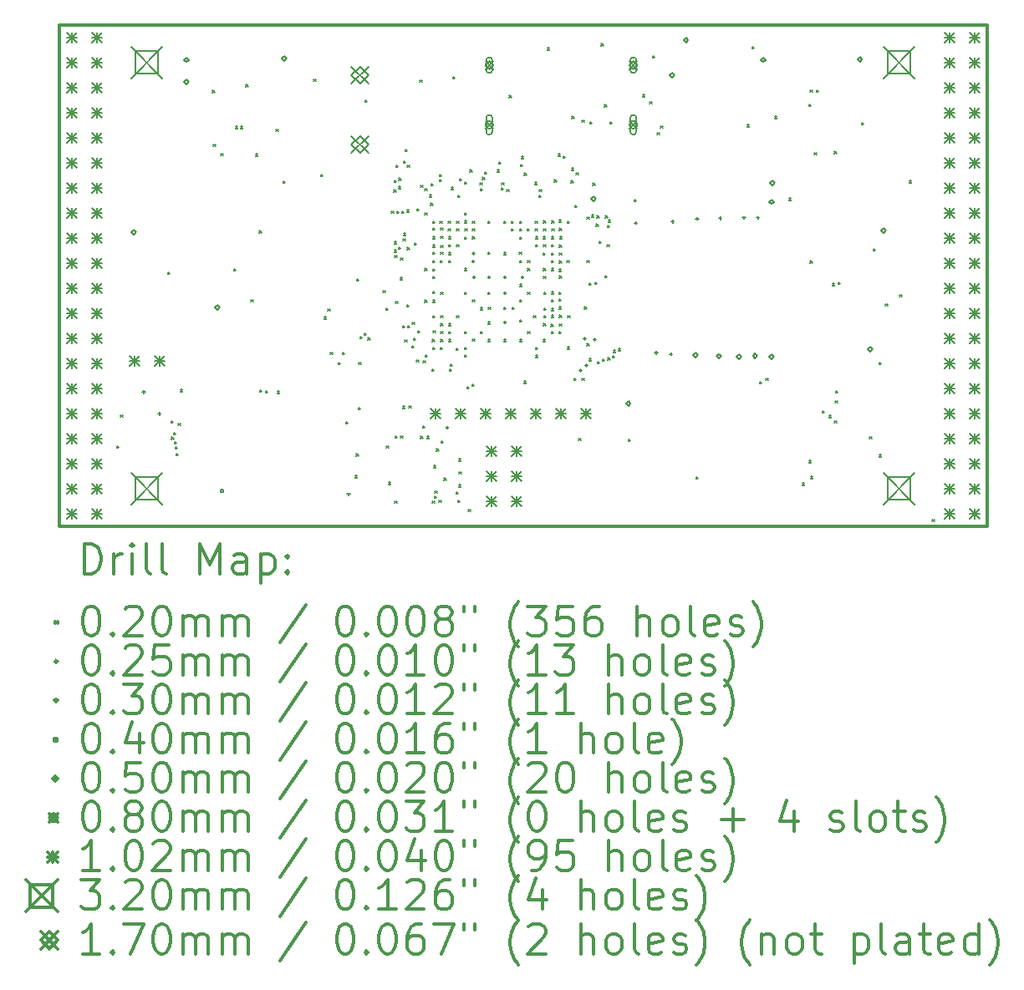
<source format=gbr>
%FSLAX45Y45*%
G04 Gerber Fmt 4.5, Leading zero omitted, Abs format (unit mm)*
G04 Created by KiCad (PCBNEW 4.0.7+dfsg1-1) date Wed Jan 10 23:52:44 2018*
%MOMM*%
%LPD*%
G01*
G04 APERTURE LIST*
%ADD10C,0.127000*%
%ADD11C,0.300000*%
%ADD12C,0.200000*%
G04 APERTURE END LIST*
D10*
D11*
X9410000Y-6142000D02*
X9410000Y-11222000D01*
X18808000Y-6142000D02*
X9410000Y-6142000D01*
X18808000Y-11222000D02*
X18808000Y-6142000D01*
X9410000Y-11222000D02*
X18808000Y-11222000D01*
D12*
X9998000Y-10410000D02*
X10018000Y-10430000D01*
X10018000Y-10410000D02*
X9998000Y-10430000D01*
X10035000Y-10094400D02*
X10055000Y-10114400D01*
X10055000Y-10094400D02*
X10035000Y-10114400D01*
X10514501Y-8649556D02*
X10534501Y-8669556D01*
X10534501Y-8649556D02*
X10514501Y-8669556D01*
X10547276Y-10156132D02*
X10567276Y-10176132D01*
X10567276Y-10156132D02*
X10547276Y-10176132D01*
X10552725Y-10321224D02*
X10572725Y-10341224D01*
X10572725Y-10321224D02*
X10552725Y-10341224D01*
X10571376Y-10271934D02*
X10591376Y-10291934D01*
X10591376Y-10271934D02*
X10571376Y-10291934D01*
X10579560Y-10366582D02*
X10599560Y-10386582D01*
X10599560Y-10366582D02*
X10579560Y-10386582D01*
X10589272Y-10418380D02*
X10609272Y-10438380D01*
X10609272Y-10418380D02*
X10589272Y-10438380D01*
X10598875Y-10487404D02*
X10618875Y-10507404D01*
X10618875Y-10487404D02*
X10598875Y-10507404D01*
X10617613Y-10179347D02*
X10637613Y-10199347D01*
X10637613Y-10179347D02*
X10617613Y-10199347D01*
X10637720Y-9838777D02*
X10657720Y-9858777D01*
X10657720Y-9838777D02*
X10637720Y-9858777D01*
X10966038Y-6807790D02*
X10986038Y-6827790D01*
X10986038Y-6807790D02*
X10966038Y-6827790D01*
X10974000Y-7352000D02*
X10994000Y-7372000D01*
X10994000Y-7352000D02*
X10974000Y-7372000D01*
X11049908Y-7448938D02*
X11069908Y-7468938D01*
X11069908Y-7448938D02*
X11049908Y-7468938D01*
X11179522Y-8615379D02*
X11199522Y-8635379D01*
X11199522Y-8615379D02*
X11179522Y-8635379D01*
X11197485Y-7171053D02*
X11217485Y-7191053D01*
X11217485Y-7171053D02*
X11197485Y-7191053D01*
X11251427Y-7170353D02*
X11271427Y-7190353D01*
X11271427Y-7170353D02*
X11251427Y-7190353D01*
X11305725Y-6746706D02*
X11325725Y-6766706D01*
X11325725Y-6746706D02*
X11305725Y-6766706D01*
X11355800Y-8926000D02*
X11375800Y-8946000D01*
X11375800Y-8926000D02*
X11355800Y-8946000D01*
X11400408Y-7451220D02*
X11420408Y-7471220D01*
X11420408Y-7451220D02*
X11400408Y-7471220D01*
X11441393Y-8230943D02*
X11461393Y-8250943D01*
X11461393Y-8230943D02*
X11441393Y-8250943D01*
X11445497Y-9843422D02*
X11465497Y-9863422D01*
X11465497Y-9843422D02*
X11445497Y-9863422D01*
X11506503Y-9849805D02*
X11526503Y-9869805D01*
X11526503Y-9849805D02*
X11506503Y-9869805D01*
X11609800Y-7198800D02*
X11629800Y-7218800D01*
X11629800Y-7198800D02*
X11609800Y-7218800D01*
X11621253Y-9854592D02*
X11641253Y-9874592D01*
X11641253Y-9854592D02*
X11621253Y-9874592D01*
X11681293Y-7725516D02*
X11701293Y-7745516D01*
X11701293Y-7725516D02*
X11681293Y-7745516D01*
X11990800Y-6690800D02*
X12010800Y-6710800D01*
X12010800Y-6690800D02*
X11990800Y-6710800D01*
X12063993Y-7659408D02*
X12083993Y-7679408D01*
X12083993Y-7659408D02*
X12063993Y-7679408D01*
X12094120Y-9102507D02*
X12114120Y-9122507D01*
X12114120Y-9102507D02*
X12094120Y-9122507D01*
X12133122Y-9021159D02*
X12153122Y-9041159D01*
X12153122Y-9021159D02*
X12133122Y-9041159D01*
X12158748Y-9461825D02*
X12178748Y-9481825D01*
X12178748Y-9461825D02*
X12158748Y-9481825D01*
X12242792Y-9562590D02*
X12262792Y-9582590D01*
X12262792Y-9562590D02*
X12242792Y-9582590D01*
X12283265Y-9462436D02*
X12303265Y-9482436D01*
X12303265Y-9462436D02*
X12283265Y-9482436D01*
X12317388Y-10161592D02*
X12337388Y-10181592D01*
X12337388Y-10161592D02*
X12317388Y-10181592D01*
X12410242Y-10710764D02*
X12430242Y-10730764D01*
X12430242Y-10710764D02*
X12410242Y-10730764D01*
X12422216Y-10490236D02*
X12442216Y-10510236D01*
X12442216Y-10490236D02*
X12422216Y-10510236D01*
X12426118Y-8717437D02*
X12446118Y-8737437D01*
X12446118Y-8717437D02*
X12426118Y-8737437D01*
X12426118Y-8717437D02*
X12446118Y-8737437D01*
X12446118Y-8717437D02*
X12426118Y-8737437D01*
X12444901Y-10018160D02*
X12464901Y-10038160D01*
X12464901Y-10018160D02*
X12444901Y-10038160D01*
X12448000Y-9561000D02*
X12468000Y-9581000D01*
X12468000Y-9561000D02*
X12448000Y-9581000D01*
X12458109Y-9299376D02*
X12478109Y-9319376D01*
X12478109Y-9299376D02*
X12458109Y-9319376D01*
X12501033Y-9268800D02*
X12521033Y-9288800D01*
X12521033Y-9268800D02*
X12501033Y-9288800D01*
X12509354Y-6905685D02*
X12529354Y-6925685D01*
X12529354Y-6905685D02*
X12509354Y-6925685D01*
X12542510Y-9313676D02*
X12562510Y-9333676D01*
X12562510Y-9313676D02*
X12542510Y-9333676D01*
X12694005Y-8832641D02*
X12714005Y-8852641D01*
X12714005Y-8832641D02*
X12694005Y-8852641D01*
X12720827Y-9012146D02*
X12740827Y-9032146D01*
X12740827Y-9012146D02*
X12720827Y-9032146D01*
X12728568Y-10410367D02*
X12748568Y-10430367D01*
X12748568Y-10410367D02*
X12728568Y-10430367D01*
X12748660Y-10777504D02*
X12768660Y-10797504D01*
X12768660Y-10777504D02*
X12748660Y-10797504D01*
X12778962Y-8030743D02*
X12798962Y-8050743D01*
X12798962Y-8030743D02*
X12778962Y-8050743D01*
X12802557Y-7813365D02*
X12822557Y-7833365D01*
X12822557Y-7813365D02*
X12802557Y-7833365D01*
X12805201Y-7715784D02*
X12825201Y-7735784D01*
X12825201Y-7715784D02*
X12805201Y-7735784D01*
X12806546Y-8340972D02*
X12826546Y-8360972D01*
X12826546Y-8340972D02*
X12806546Y-8360972D01*
X12808202Y-8425374D02*
X12828202Y-8445374D01*
X12828202Y-8425374D02*
X12808202Y-8445374D01*
X12810769Y-8478012D02*
X12830769Y-8498012D01*
X12830769Y-8478012D02*
X12810769Y-8498012D01*
X12811634Y-10966034D02*
X12831634Y-10986034D01*
X12831634Y-10966034D02*
X12811634Y-10986034D01*
X12818000Y-10310000D02*
X12838000Y-10330000D01*
X12838000Y-10310000D02*
X12818000Y-10330000D01*
X12821209Y-8945692D02*
X12841209Y-8965692D01*
X12841209Y-8945692D02*
X12821209Y-8965692D01*
X12823318Y-7566981D02*
X12843318Y-7586981D01*
X12843318Y-7566981D02*
X12823318Y-7586981D01*
X12831658Y-8029985D02*
X12851658Y-8049985D01*
X12851658Y-8029985D02*
X12831658Y-8049985D01*
X12849054Y-7779404D02*
X12869054Y-7799404D01*
X12869054Y-7779404D02*
X12849054Y-7799404D01*
X12852266Y-8396464D02*
X12872266Y-8416464D01*
X12872266Y-8396464D02*
X12852266Y-8416464D01*
X12854493Y-7695003D02*
X12874493Y-7715003D01*
X12874493Y-7695003D02*
X12854493Y-7715003D01*
X12867665Y-8702786D02*
X12887665Y-8722786D01*
X12887665Y-8702786D02*
X12867665Y-8722786D01*
X12870682Y-10308590D02*
X12890682Y-10328590D01*
X12890682Y-10308590D02*
X12870682Y-10328590D01*
X12872311Y-8505356D02*
X12892311Y-8525356D01*
X12892311Y-8505356D02*
X12872311Y-8525356D01*
X12884359Y-8029973D02*
X12904359Y-8049973D01*
X12904359Y-8029973D02*
X12884359Y-8049973D01*
X12890520Y-10007480D02*
X12910520Y-10027480D01*
X12910520Y-10007480D02*
X12890520Y-10027480D01*
X12890672Y-9188599D02*
X12910672Y-9208599D01*
X12910672Y-9188599D02*
X12890672Y-9208599D01*
X12895438Y-8307924D02*
X12915438Y-8327924D01*
X12915438Y-8307924D02*
X12895438Y-8327924D01*
X12900909Y-8255507D02*
X12920909Y-8275507D01*
X12920909Y-8255507D02*
X12900909Y-8275507D01*
X12902508Y-7521580D02*
X12922508Y-7541580D01*
X12922508Y-7521580D02*
X12902508Y-7541580D01*
X12912221Y-9334105D02*
X12932221Y-9354105D01*
X12932221Y-9334105D02*
X12912221Y-9354105D01*
X12915222Y-7404246D02*
X12935222Y-7424246D01*
X12935222Y-7404246D02*
X12915222Y-7424246D01*
X12934924Y-8977393D02*
X12954924Y-8997393D01*
X12954924Y-8977393D02*
X12934924Y-8997393D01*
X12935799Y-8018511D02*
X12955799Y-8038511D01*
X12955799Y-8018511D02*
X12935799Y-8038511D01*
X12938767Y-8397993D02*
X12958767Y-8417993D01*
X12958767Y-8397993D02*
X12938767Y-8417993D01*
X12939334Y-7563781D02*
X12959334Y-7583781D01*
X12959334Y-7563781D02*
X12939334Y-7583781D01*
X12943373Y-9188599D02*
X12963373Y-9208599D01*
X12963373Y-9188599D02*
X12943373Y-9208599D01*
X12956000Y-10005500D02*
X12976000Y-10025500D01*
X12976000Y-10005500D02*
X12956000Y-10025500D01*
X12987831Y-9391914D02*
X13007831Y-9411914D01*
X13007831Y-9391914D02*
X12987831Y-9411914D01*
X12988324Y-9156898D02*
X13008324Y-9176898D01*
X13008324Y-9156898D02*
X12988324Y-9176898D01*
X13003525Y-9318871D02*
X13023525Y-9338871D01*
X13023525Y-9318871D02*
X13003525Y-9338871D01*
X13010463Y-8349948D02*
X13030463Y-8369948D01*
X13030463Y-8349948D02*
X13010463Y-8369948D01*
X13032200Y-9535600D02*
X13052200Y-9555600D01*
X13052200Y-9535600D02*
X13032200Y-9555600D01*
X13038990Y-8006723D02*
X13058990Y-8026723D01*
X13058990Y-8006723D02*
X13038990Y-8026723D01*
X13046657Y-9241208D02*
X13066657Y-9261208D01*
X13066657Y-9241208D02*
X13046657Y-9261208D01*
X13066199Y-6701962D02*
X13086199Y-6721962D01*
X13086199Y-6701962D02*
X13066199Y-6721962D01*
X13073949Y-10310829D02*
X13093949Y-10330829D01*
X13093949Y-10310829D02*
X13073949Y-10330829D01*
X13075683Y-7768682D02*
X13095683Y-7788682D01*
X13095683Y-7768682D02*
X13075683Y-7788682D01*
X13093907Y-10208700D02*
X13113907Y-10228700D01*
X13113907Y-10208700D02*
X13093907Y-10228700D01*
X13098471Y-9546418D02*
X13118471Y-9566418D01*
X13118471Y-9546418D02*
X13098471Y-9566418D01*
X13115313Y-7803422D02*
X13135313Y-7823422D01*
X13135313Y-7803422D02*
X13115313Y-7823422D01*
X13117530Y-8049575D02*
X13137530Y-8069575D01*
X13137530Y-8049575D02*
X13117530Y-8069575D01*
X13117831Y-8611310D02*
X13137831Y-8631310D01*
X13137831Y-8611310D02*
X13117831Y-8631310D01*
X13117950Y-8930733D02*
X13137950Y-8950733D01*
X13137950Y-8930733D02*
X13117950Y-8950733D01*
X13121616Y-9485914D02*
X13141616Y-9505914D01*
X13141616Y-9485914D02*
X13121616Y-9505914D01*
X13135385Y-10310829D02*
X13155385Y-10330829D01*
X13155385Y-10310829D02*
X13135385Y-10330829D01*
X13160933Y-7864587D02*
X13180933Y-7884587D01*
X13180933Y-7864587D02*
X13160933Y-7884587D01*
X13174731Y-7948989D02*
X13194731Y-7968989D01*
X13194731Y-7948989D02*
X13174731Y-7968989D01*
X13182329Y-7748485D02*
X13202329Y-7768485D01*
X13202329Y-7748485D02*
X13182329Y-7768485D01*
X13188633Y-9630479D02*
X13208633Y-9650479D01*
X13208633Y-9630479D02*
X13188633Y-9650479D01*
X13192441Y-10966678D02*
X13212441Y-10986678D01*
X13212441Y-10966678D02*
X13192441Y-10986678D01*
X13193199Y-9330000D02*
X13213199Y-9350000D01*
X13213199Y-9330000D02*
X13193199Y-9350000D01*
X13196210Y-8443398D02*
X13216210Y-8463398D01*
X13216210Y-8443398D02*
X13196210Y-8463398D01*
X13197298Y-8527799D02*
X13217298Y-8547799D01*
X13217298Y-8527799D02*
X13197298Y-8547799D01*
X13197562Y-8931064D02*
X13217562Y-8951064D01*
X13217562Y-8931064D02*
X13197562Y-8951064D01*
X13197765Y-9087799D02*
X13217765Y-9107799D01*
X13217765Y-9087799D02*
X13197765Y-9107799D01*
X13197902Y-8288404D02*
X13217902Y-8308404D01*
X13217902Y-8288404D02*
X13197902Y-8308404D01*
X13198000Y-8130000D02*
X13218000Y-8150000D01*
X13218000Y-8130000D02*
X13198000Y-8150000D01*
X13198000Y-8690000D02*
X13218000Y-8710000D01*
X13218000Y-8690000D02*
X13198000Y-8710000D01*
X13198000Y-9410000D02*
X13218000Y-9430000D01*
X13218000Y-9410000D02*
X13198000Y-9430000D01*
X13198001Y-8200333D02*
X13218001Y-8220333D01*
X13218001Y-8200333D02*
X13198001Y-8220333D01*
X13198303Y-8616041D02*
X13218303Y-8636041D01*
X13218303Y-8616041D02*
X13198303Y-8636041D01*
X13198368Y-8372806D02*
X13218368Y-8392806D01*
X13218368Y-8372806D02*
X13198368Y-8392806D01*
X13198405Y-8845827D02*
X13218405Y-8865827D01*
X13218405Y-8845827D02*
X13198405Y-8865827D01*
X13201075Y-9242748D02*
X13221075Y-9262748D01*
X13221075Y-9242748D02*
X13201075Y-9262748D01*
X13206286Y-10608587D02*
X13226286Y-10628587D01*
X13226286Y-10608587D02*
X13206286Y-10628587D01*
X13211973Y-10917729D02*
X13231973Y-10937729D01*
X13231973Y-10917729D02*
X13211973Y-10937729D01*
X13218587Y-10865445D02*
X13238587Y-10885445D01*
X13238587Y-10865445D02*
X13218587Y-10885445D01*
X13236800Y-10440341D02*
X13256800Y-10460341D01*
X13256800Y-10440341D02*
X13236800Y-10460341D01*
X13260800Y-10958000D02*
X13280800Y-10978000D01*
X13280800Y-10958000D02*
X13260800Y-10978000D01*
X13263724Y-7657621D02*
X13283724Y-7677621D01*
X13283724Y-7657621D02*
X13263724Y-7677621D01*
X13266117Y-7710267D02*
X13286117Y-7730267D01*
X13286117Y-7710267D02*
X13266117Y-7730267D01*
X13268334Y-8130000D02*
X13288334Y-8150000D01*
X13288334Y-8130000D02*
X13268334Y-8150000D01*
X13273464Y-8527799D02*
X13293464Y-8547799D01*
X13293464Y-8527799D02*
X13273464Y-8547799D01*
X13274623Y-9409707D02*
X13294623Y-9429707D01*
X13294623Y-9409707D02*
X13274623Y-9429707D01*
X13276300Y-8202454D02*
X13296300Y-8222454D01*
X13296300Y-8202454D02*
X13276300Y-8222454D01*
X13277177Y-8443398D02*
X13297177Y-8463398D01*
X13297177Y-8443398D02*
X13277177Y-8463398D01*
X13277261Y-8286855D02*
X13297261Y-8306855D01*
X13297261Y-8286855D02*
X13277261Y-8306855D01*
X13278000Y-8850000D02*
X13298000Y-8870000D01*
X13298000Y-8850000D02*
X13278000Y-8870000D01*
X13278000Y-9090000D02*
X13298000Y-9110000D01*
X13298000Y-9090000D02*
X13278000Y-9110000D01*
X13278000Y-9170000D02*
X13298000Y-9190000D01*
X13298000Y-9170000D02*
X13278000Y-9190000D01*
X13278000Y-9250000D02*
X13298000Y-9270000D01*
X13298000Y-9250000D02*
X13278000Y-9270000D01*
X13278000Y-9330000D02*
X13298000Y-9350000D01*
X13298000Y-9330000D02*
X13278000Y-9350000D01*
X13278089Y-8379783D02*
X13298089Y-8399784D01*
X13298089Y-8379783D02*
X13278089Y-8399784D01*
X13283696Y-10361100D02*
X13303696Y-10381100D01*
X13303696Y-10361100D02*
X13283696Y-10381100D01*
X13311600Y-10736500D02*
X13331600Y-10756500D01*
X13331600Y-10736500D02*
X13311600Y-10756500D01*
X13352736Y-8131468D02*
X13372736Y-8151468D01*
X13372736Y-8131468D02*
X13352736Y-8151468D01*
X13354839Y-8209060D02*
X13374839Y-8229060D01*
X13374839Y-8209060D02*
X13354839Y-8229060D01*
X13357194Y-8449520D02*
X13377194Y-8469520D01*
X13377194Y-8449520D02*
X13357194Y-8469520D01*
X13358000Y-8290000D02*
X13378000Y-8310000D01*
X13378000Y-8290000D02*
X13358000Y-8310000D01*
X13358000Y-8370000D02*
X13378000Y-8390000D01*
X13378000Y-8370000D02*
X13358000Y-8390000D01*
X13358000Y-8530000D02*
X13378000Y-8550000D01*
X13378000Y-8530000D02*
X13358000Y-8550000D01*
X13358000Y-9170000D02*
X13378000Y-9190000D01*
X13378000Y-9170000D02*
X13358000Y-9190000D01*
X13358000Y-9250000D02*
X13378000Y-9270000D01*
X13378000Y-9250000D02*
X13358000Y-9270000D01*
X13358548Y-9330230D02*
X13378548Y-9350230D01*
X13378548Y-9330230D02*
X13358548Y-9350230D01*
X13366285Y-9629515D02*
X13386285Y-9649515D01*
X13386285Y-9629515D02*
X13366285Y-9649515D01*
X13375239Y-9577580D02*
X13395239Y-9597580D01*
X13395239Y-9577580D02*
X13375239Y-9597580D01*
X13384238Y-7788077D02*
X13404238Y-7808077D01*
X13404238Y-7788077D02*
X13384238Y-7808077D01*
X13397916Y-6668615D02*
X13417916Y-6688615D01*
X13417916Y-6668615D02*
X13397916Y-6688615D01*
X13435582Y-9416717D02*
X13455582Y-9436717D01*
X13455582Y-9416717D02*
X13435582Y-9436717D01*
X13436400Y-10874197D02*
X13456400Y-10894197D01*
X13456400Y-10874197D02*
X13436400Y-10894197D01*
X13437137Y-8130675D02*
X13457137Y-8150675D01*
X13457137Y-8130675D02*
X13437137Y-8150675D01*
X13437651Y-8208015D02*
X13457651Y-8228015D01*
X13457651Y-8208015D02*
X13437651Y-8228015D01*
X13438000Y-8370000D02*
X13458000Y-8390000D01*
X13458000Y-8370000D02*
X13438000Y-8390000D01*
X13438000Y-9090000D02*
X13458000Y-9110000D01*
X13458000Y-9090000D02*
X13438000Y-9110000D01*
X13451300Y-7871900D02*
X13471300Y-7891900D01*
X13471300Y-7871900D02*
X13451300Y-7891900D01*
X13453687Y-10961995D02*
X13473687Y-10981995D01*
X13473687Y-10961995D02*
X13453687Y-10981995D01*
X13457587Y-10803159D02*
X13477587Y-10823159D01*
X13477587Y-10803159D02*
X13457587Y-10823159D01*
X13460735Y-10540845D02*
X13480735Y-10560845D01*
X13480735Y-10540845D02*
X13460735Y-10560845D01*
X13465065Y-10671051D02*
X13485065Y-10691051D01*
X13485065Y-10671051D02*
X13465065Y-10691051D01*
X13465805Y-7703014D02*
X13485805Y-7723014D01*
X13485805Y-7703014D02*
X13465805Y-7723014D01*
X13517331Y-8851860D02*
X13537331Y-8871860D01*
X13537331Y-8851860D02*
X13517331Y-8871860D01*
X13518000Y-8292201D02*
X13538000Y-8312201D01*
X13538000Y-8292201D02*
X13518000Y-8312201D01*
X13518000Y-8610000D02*
X13538000Y-8630000D01*
X13538000Y-8610000D02*
X13518000Y-8630000D01*
X13518000Y-9250000D02*
X13538000Y-9270000D01*
X13538000Y-9250000D02*
X13518000Y-9270000D01*
X13518006Y-7736330D02*
X13538006Y-7756330D01*
X13538006Y-7736330D02*
X13518006Y-7756330D01*
X13518128Y-8048312D02*
X13538128Y-8068312D01*
X13538128Y-8048312D02*
X13518128Y-8068312D01*
X13518463Y-9488530D02*
X13538463Y-9508530D01*
X13538463Y-9488530D02*
X13518463Y-9508530D01*
X13518862Y-9412562D02*
X13538862Y-9432562D01*
X13538862Y-9412562D02*
X13518862Y-9432562D01*
X13521538Y-8129192D02*
X13541538Y-8149192D01*
X13541538Y-8129192D02*
X13521538Y-8149192D01*
X13522052Y-8209644D02*
X13542052Y-8229644D01*
X13542052Y-8209644D02*
X13522052Y-8229644D01*
X13541702Y-9806717D02*
X13561702Y-9826717D01*
X13561702Y-9806717D02*
X13541702Y-9826717D01*
X13555656Y-11051071D02*
X13575656Y-11071071D01*
X13575656Y-11051071D02*
X13555656Y-11071071D01*
X13573070Y-7610061D02*
X13593070Y-7630061D01*
X13593070Y-7610061D02*
X13573070Y-7630061D01*
X13592822Y-9782273D02*
X13612822Y-9802273D01*
X13612822Y-9782273D02*
X13592822Y-9802273D01*
X13598000Y-8210000D02*
X13618000Y-8230000D01*
X13618000Y-8210000D02*
X13598000Y-8230000D01*
X13598000Y-8290000D02*
X13618000Y-8310000D01*
X13618000Y-8290000D02*
X13598000Y-8310000D01*
X13598517Y-8929483D02*
X13618517Y-8949483D01*
X13618517Y-8929483D02*
X13598517Y-8949483D01*
X13599596Y-9326965D02*
X13619596Y-9346965D01*
X13619596Y-9326965D02*
X13599596Y-9346965D01*
X13599639Y-8129507D02*
X13619639Y-8149507D01*
X13619639Y-8129507D02*
X13599639Y-8149507D01*
X13675954Y-7745082D02*
X13695954Y-7765082D01*
X13695954Y-7745082D02*
X13675954Y-7765082D01*
X13678000Y-9250000D02*
X13698000Y-9270000D01*
X13698000Y-9250000D02*
X13678000Y-9270000D01*
X13678517Y-9009483D02*
X13698517Y-9029483D01*
X13698517Y-9009483D02*
X13678517Y-9029483D01*
X13682206Y-7799789D02*
X13702206Y-7819789D01*
X13702206Y-7799789D02*
X13682206Y-7819789D01*
X13700695Y-7687992D02*
X13720695Y-7707992D01*
X13720695Y-7687992D02*
X13700695Y-7707992D01*
X13720873Y-7631502D02*
X13740873Y-7651502D01*
X13740873Y-7631502D02*
X13720873Y-7651502D01*
X13755905Y-9153803D02*
X13775905Y-9173803D01*
X13775905Y-9153803D02*
X13755905Y-9173803D01*
X13758000Y-8130000D02*
X13778000Y-8150000D01*
X13778000Y-8130000D02*
X13758000Y-8150000D01*
X13758000Y-8850000D02*
X13778000Y-8870000D01*
X13778000Y-8850000D02*
X13758000Y-8870000D01*
X13758000Y-9330000D02*
X13778000Y-9350000D01*
X13778000Y-9330000D02*
X13758000Y-9350000D01*
X13758056Y-8443409D02*
X13778056Y-8463409D01*
X13778056Y-8443409D02*
X13758056Y-8463409D01*
X13758900Y-9002299D02*
X13778900Y-9022299D01*
X13778900Y-9002299D02*
X13758900Y-9022299D01*
X13848000Y-7610000D02*
X13868000Y-7630000D01*
X13868000Y-7610000D02*
X13848000Y-7630000D01*
X13867920Y-7530076D02*
X13887920Y-7550076D01*
X13887920Y-7530076D02*
X13867920Y-7550076D01*
X13893411Y-7794095D02*
X13913411Y-7814095D01*
X13913411Y-7794095D02*
X13893411Y-7814095D01*
X13894675Y-7741409D02*
X13914675Y-7761409D01*
X13914675Y-7741409D02*
X13894675Y-7761409D01*
X13917252Y-8451135D02*
X13937252Y-8471135D01*
X13937252Y-8451135D02*
X13917252Y-8471135D01*
X13918000Y-8130000D02*
X13938000Y-8150000D01*
X13938000Y-8130000D02*
X13918000Y-8150000D01*
X13918000Y-9002299D02*
X13938000Y-9022299D01*
X13938000Y-9002299D02*
X13918000Y-9022299D01*
X13918000Y-9330000D02*
X13938000Y-9350000D01*
X13938000Y-9330000D02*
X13918000Y-9350000D01*
X13947862Y-7810586D02*
X13967862Y-7830586D01*
X13967862Y-7810586D02*
X13947862Y-7830586D01*
X13972000Y-6856567D02*
X13992000Y-6876567D01*
X13992000Y-6856567D02*
X13972000Y-6876567D01*
X13993095Y-8210000D02*
X14013095Y-8230000D01*
X14013095Y-8210000D02*
X13993095Y-8230000D01*
X13993599Y-8130000D02*
X14013599Y-8150000D01*
X14013599Y-8130000D02*
X13993599Y-8150000D01*
X13999489Y-9002299D02*
X14019489Y-9022299D01*
X14019489Y-9002299D02*
X13999489Y-9022299D01*
X14073600Y-8443400D02*
X14093600Y-8463400D01*
X14093600Y-8443400D02*
X14073600Y-8463400D01*
X14076403Y-8294140D02*
X14096403Y-8314140D01*
X14096403Y-8294140D02*
X14076403Y-8314140D01*
X14077419Y-9133335D02*
X14097419Y-9153335D01*
X14097419Y-9133335D02*
X14077419Y-9153335D01*
X14077497Y-8207716D02*
X14097497Y-8227716D01*
X14097497Y-8207716D02*
X14077497Y-8227716D01*
X14078000Y-8130000D02*
X14098000Y-8150000D01*
X14098000Y-8130000D02*
X14078000Y-8150000D01*
X14078000Y-8530000D02*
X14098000Y-8550000D01*
X14098000Y-8530000D02*
X14078000Y-8550000D01*
X14078000Y-8770000D02*
X14098000Y-8790000D01*
X14098000Y-8770000D02*
X14078000Y-8790000D01*
X14078000Y-8930000D02*
X14098000Y-8950000D01*
X14098000Y-8930000D02*
X14078000Y-8950000D01*
X14078000Y-9330000D02*
X14098000Y-9350000D01*
X14098000Y-9330000D02*
X14078000Y-9350000D01*
X14088006Y-7558194D02*
X14108006Y-7578194D01*
X14108006Y-7558194D02*
X14088006Y-7578194D01*
X14094664Y-7477380D02*
X14114664Y-7497380D01*
X14114664Y-7477380D02*
X14094664Y-7497380D01*
X14118066Y-9754201D02*
X14138066Y-9774201D01*
X14138066Y-9754201D02*
X14118066Y-9774201D01*
X14124297Y-7645500D02*
X14144297Y-7665500D01*
X14144297Y-7645500D02*
X14124297Y-7665500D01*
X14156269Y-8210778D02*
X14176269Y-8230778D01*
X14176269Y-8210778D02*
X14156269Y-8230778D01*
X14158000Y-8530000D02*
X14178000Y-8550000D01*
X14178000Y-8530000D02*
X14158000Y-8550000D01*
X14158000Y-8610000D02*
X14178000Y-8630000D01*
X14178000Y-8610000D02*
X14158000Y-8630000D01*
X14158000Y-8850000D02*
X14178000Y-8870000D01*
X14178000Y-8850000D02*
X14158000Y-8870000D01*
X14158000Y-9250000D02*
X14178000Y-9270000D01*
X14178000Y-9250000D02*
X14158000Y-9270000D01*
X14217799Y-9090000D02*
X14237799Y-9110000D01*
X14237799Y-9090000D02*
X14217799Y-9110000D01*
X14227745Y-7739745D02*
X14247745Y-7759745D01*
X14247745Y-7739745D02*
X14227745Y-7759745D01*
X14233746Y-8208147D02*
X14253746Y-8228147D01*
X14253746Y-8208147D02*
X14233746Y-8228147D01*
X14235691Y-8130580D02*
X14255691Y-8150580D01*
X14255691Y-8130580D02*
X14235691Y-8150580D01*
X14237355Y-8289891D02*
X14257355Y-8309891D01*
X14257355Y-8289891D02*
X14237355Y-8309891D01*
X14238000Y-8370000D02*
X14258000Y-8390000D01*
X14258000Y-8370000D02*
X14238000Y-8390000D01*
X14238000Y-9410000D02*
X14258000Y-9430000D01*
X14258000Y-9410000D02*
X14238000Y-9430000D01*
X14238000Y-9490000D02*
X14258000Y-9510000D01*
X14258000Y-9490000D02*
X14238000Y-9510000D01*
X14274121Y-7868425D02*
X14294121Y-7888425D01*
X14294121Y-7868425D02*
X14274121Y-7888425D01*
X14276427Y-7811737D02*
X14296427Y-7831737D01*
X14296427Y-7811737D02*
X14276427Y-7831737D01*
X14315799Y-8290000D02*
X14335799Y-8310000D01*
X14335799Y-8290000D02*
X14315799Y-8310000D01*
X14316000Y-8452000D02*
X14336000Y-8472000D01*
X14336000Y-8452000D02*
X14316000Y-8472000D01*
X14316969Y-9331491D02*
X14336969Y-9351491D01*
X14336969Y-9331491D02*
X14316969Y-9351491D01*
X14318000Y-8370000D02*
X14338000Y-8390000D01*
X14338000Y-8370000D02*
X14318000Y-8390000D01*
X14318000Y-8690000D02*
X14338000Y-8710000D01*
X14338000Y-8690000D02*
X14318000Y-8710000D01*
X14318000Y-9170000D02*
X14338000Y-9190000D01*
X14338000Y-9170000D02*
X14318000Y-9190000D01*
X14318147Y-8210607D02*
X14338147Y-8230607D01*
X14338147Y-8210607D02*
X14318147Y-8230607D01*
X14320000Y-8612000D02*
X14340000Y-8632000D01*
X14340000Y-8612000D02*
X14320000Y-8632000D01*
X14320092Y-8127729D02*
X14340092Y-8147729D01*
X14340092Y-8127729D02*
X14320092Y-8147729D01*
X14322201Y-8849503D02*
X14342201Y-8869503D01*
X14342201Y-8849503D02*
X14322201Y-8869503D01*
X14322201Y-9010195D02*
X14342201Y-9030195D01*
X14342201Y-9010195D02*
X14322201Y-9030195D01*
X14322201Y-9090066D02*
X14342201Y-9110066D01*
X14342201Y-9090066D02*
X14322201Y-9110066D01*
X14355067Y-6376252D02*
X14375067Y-6396252D01*
X14375067Y-6376252D02*
X14355067Y-6396252D01*
X14396483Y-9177765D02*
X14416483Y-9197765D01*
X14416483Y-9177765D02*
X14396483Y-9197765D01*
X14397624Y-8929530D02*
X14417624Y-8949530D01*
X14417624Y-8929530D02*
X14397624Y-8949530D01*
X14397701Y-9016697D02*
X14417701Y-9036697D01*
X14417701Y-9016697D02*
X14397701Y-9036697D01*
X14398000Y-8610000D02*
X14418000Y-8630000D01*
X14418000Y-8610000D02*
X14398000Y-8630000D01*
X14398000Y-9085650D02*
X14418000Y-9105650D01*
X14418000Y-9085650D02*
X14398000Y-9105650D01*
X14398283Y-8848451D02*
X14418283Y-8868451D01*
X14418283Y-8848451D02*
X14398283Y-8868451D01*
X14400201Y-8290000D02*
X14420201Y-8310000D01*
X14420201Y-8290000D02*
X14400201Y-8310000D01*
X14400201Y-8529722D02*
X14420201Y-8549722D01*
X14420201Y-8529722D02*
X14400201Y-8549722D01*
X14400319Y-8367799D02*
X14420319Y-8387799D01*
X14420319Y-8367799D02*
X14400319Y-8387799D01*
X14400350Y-8456040D02*
X14420350Y-8476040D01*
X14420350Y-8456040D02*
X14400350Y-8476040D01*
X14401325Y-9248876D02*
X14421325Y-9268876D01*
X14421325Y-9248876D02*
X14401325Y-9268876D01*
X14402549Y-8208647D02*
X14422549Y-8228647D01*
X14422549Y-8208647D02*
X14402549Y-8228647D01*
X14404493Y-8128708D02*
X14424493Y-8148708D01*
X14424493Y-8128708D02*
X14404493Y-8148708D01*
X14429487Y-7711993D02*
X14449487Y-7731993D01*
X14449487Y-7711993D02*
X14429487Y-7731993D01*
X14468000Y-7449038D02*
X14488000Y-7469038D01*
X14488000Y-7449038D02*
X14468000Y-7469038D01*
X14475581Y-8916848D02*
X14495581Y-8936848D01*
X14495581Y-8916848D02*
X14475581Y-8936848D01*
X14476724Y-9001248D02*
X14496724Y-9021248D01*
X14496724Y-9001248D02*
X14476724Y-9021248D01*
X14477515Y-8619275D02*
X14497515Y-8639275D01*
X14497515Y-8619275D02*
X14477515Y-8639275D01*
X14477765Y-8852201D02*
X14497765Y-8872201D01*
X14497765Y-8852201D02*
X14477765Y-8872201D01*
X14478001Y-8120333D02*
X14498001Y-8140333D01*
X14498001Y-8120333D02*
X14478001Y-8140333D01*
X14478235Y-9247799D02*
X14498235Y-9267799D01*
X14498235Y-9247799D02*
X14478235Y-9267799D01*
X14478812Y-8204734D02*
X14498812Y-8224734D01*
X14498812Y-8204734D02*
X14478812Y-8224734D01*
X14478935Y-8534874D02*
X14498935Y-8554874D01*
X14498935Y-8534874D02*
X14478935Y-8554874D01*
X14479432Y-8687756D02*
X14499432Y-8707756D01*
X14499432Y-8687756D02*
X14479432Y-8707756D01*
X14479670Y-8373537D02*
X14499670Y-8393537D01*
X14499670Y-8373537D02*
X14479670Y-8393537D01*
X14480000Y-9172000D02*
X14500000Y-9192000D01*
X14500000Y-9172000D02*
X14480000Y-9192000D01*
X14480294Y-9085650D02*
X14500294Y-9105650D01*
X14500294Y-9085650D02*
X14480294Y-9105650D01*
X14481241Y-8453582D02*
X14501241Y-8473582D01*
X14501241Y-8453582D02*
X14481241Y-8473582D01*
X14481689Y-8289136D02*
X14501689Y-8309136D01*
X14501689Y-8289136D02*
X14481689Y-8309136D01*
X14515569Y-7471722D02*
X14535569Y-7491722D01*
X14535569Y-7471722D02*
X14515569Y-7491722D01*
X14557281Y-8529606D02*
X14577281Y-8549606D01*
X14577281Y-8529606D02*
X14557281Y-8549606D01*
X14558000Y-8130512D02*
X14578000Y-8150512D01*
X14578000Y-8130512D02*
X14558000Y-8150512D01*
X14559124Y-9406675D02*
X14579124Y-9426675D01*
X14579124Y-9406675D02*
X14559124Y-9426675D01*
X14565987Y-9091018D02*
X14585987Y-9111018D01*
X14585987Y-9091018D02*
X14565987Y-9111018D01*
X14598908Y-7720057D02*
X14618908Y-7740057D01*
X14618908Y-7720057D02*
X14598908Y-7740057D01*
X14603080Y-7596013D02*
X14623080Y-7616013D01*
X14623080Y-7596013D02*
X14603080Y-7616013D01*
X14608000Y-7070000D02*
X14628000Y-7090000D01*
X14628000Y-7070000D02*
X14608000Y-7090000D01*
X14629479Y-9723392D02*
X14649479Y-9743392D01*
X14649479Y-9723392D02*
X14629479Y-9743392D01*
X14638141Y-7971938D02*
X14658141Y-7991938D01*
X14658141Y-7971938D02*
X14638141Y-7991938D01*
X14647773Y-7640082D02*
X14667773Y-7660082D01*
X14667773Y-7640082D02*
X14647773Y-7660082D01*
X14674429Y-10335274D02*
X14694429Y-10355274D01*
X14694429Y-10335274D02*
X14674429Y-10355274D01*
X14707598Y-9723392D02*
X14727598Y-9743392D01*
X14727598Y-9723392D02*
X14707598Y-9743392D01*
X14708600Y-7110000D02*
X14728600Y-7130000D01*
X14728600Y-7110000D02*
X14708600Y-7130000D01*
X14733095Y-9001248D02*
X14753095Y-9021248D01*
X14753095Y-9001248D02*
X14733095Y-9021248D01*
X14758739Y-8527409D02*
X14778739Y-8547409D01*
X14778739Y-8527409D02*
X14758739Y-8547409D01*
X14758831Y-8088311D02*
X14778831Y-8108311D01*
X14778831Y-8088311D02*
X14758831Y-8108311D01*
X14760000Y-9372000D02*
X14780000Y-9392000D01*
X14780000Y-9372000D02*
X14760000Y-9392000D01*
X14781079Y-8758342D02*
X14801079Y-8778342D01*
X14801079Y-8758342D02*
X14781079Y-8778342D01*
X14782886Y-9523902D02*
X14802886Y-9543902D01*
X14802886Y-9523902D02*
X14782886Y-9543902D01*
X14788315Y-7124708D02*
X14808315Y-7144708D01*
X14808315Y-7124708D02*
X14788315Y-7144708D01*
X14807525Y-8068155D02*
X14827525Y-8088155D01*
X14827525Y-8068155D02*
X14807525Y-8088155D01*
X14817193Y-7745807D02*
X14837193Y-7765807D01*
X14837193Y-7745807D02*
X14817193Y-7765807D01*
X14838354Y-8750817D02*
X14858354Y-8770817D01*
X14858354Y-8750817D02*
X14838354Y-8770817D01*
X14851066Y-8160586D02*
X14871066Y-8180586D01*
X14871066Y-8160586D02*
X14851066Y-8180586D01*
X14859611Y-8076185D02*
X14879611Y-8096185D01*
X14879611Y-8076185D02*
X14859611Y-8096185D01*
X14864798Y-9556963D02*
X14884798Y-9576963D01*
X14884798Y-9556963D02*
X14864798Y-9576963D01*
X14882151Y-8334201D02*
X14902151Y-8354201D01*
X14902151Y-8334201D02*
X14882151Y-8354201D01*
X14903412Y-6332405D02*
X14923412Y-6352405D01*
X14923412Y-6332405D02*
X14903412Y-6352405D01*
X14918439Y-9527799D02*
X14938439Y-9547799D01*
X14938439Y-9527799D02*
X14918439Y-9547799D01*
X14937595Y-6951968D02*
X14957595Y-6971968D01*
X14957595Y-6951968D02*
X14937595Y-6971968D01*
X14943392Y-8680994D02*
X14963392Y-8700994D01*
X14963392Y-8680994D02*
X14943392Y-8700994D01*
X14944975Y-8076843D02*
X14964975Y-8096843D01*
X14964975Y-8076843D02*
X14944975Y-8096843D01*
X14963249Y-8370769D02*
X14983249Y-8390769D01*
X14983249Y-8370769D02*
X14963249Y-8390769D01*
X14967169Y-8172566D02*
X14987169Y-8192566D01*
X14987169Y-8172566D02*
X14967169Y-8192566D01*
X14969589Y-9515108D02*
X14989589Y-9535108D01*
X14989589Y-9515108D02*
X14969589Y-9535108D01*
X14974647Y-8120398D02*
X14994647Y-8140398D01*
X14994647Y-8120398D02*
X14974647Y-8140398D01*
X14993085Y-7123185D02*
X15013085Y-7143185D01*
X15013085Y-7123185D02*
X14993085Y-7143185D01*
X15017890Y-9494025D02*
X15037890Y-9514025D01*
X15037890Y-9494025D02*
X15017890Y-9514025D01*
X15024597Y-9441753D02*
X15044597Y-9461753D01*
X15044597Y-9441753D02*
X15024597Y-9461753D01*
X15078921Y-9423257D02*
X15098921Y-9443257D01*
X15098921Y-9423257D02*
X15078921Y-9443257D01*
X15179638Y-10341072D02*
X15199638Y-10361072D01*
X15199638Y-10341072D02*
X15179638Y-10361072D01*
X15239707Y-7909347D02*
X15259707Y-7929347D01*
X15259707Y-7909347D02*
X15239707Y-7929347D01*
X15319711Y-6850829D02*
X15339711Y-6870829D01*
X15339711Y-6850829D02*
X15319711Y-6870829D01*
X15395230Y-6920230D02*
X15415230Y-6940230D01*
X15415230Y-6920230D02*
X15395230Y-6940230D01*
X15422933Y-6454377D02*
X15442933Y-6474377D01*
X15442933Y-6454377D02*
X15422933Y-6474377D01*
X15469400Y-7232600D02*
X15489400Y-7252600D01*
X15489400Y-7232600D02*
X15469400Y-7252600D01*
X15504936Y-7166453D02*
X15524936Y-7186453D01*
X15524936Y-7166453D02*
X15504936Y-7186453D01*
X15861665Y-10722518D02*
X15881665Y-10742518D01*
X15881665Y-10722518D02*
X15861665Y-10742518D01*
X16380885Y-7155186D02*
X16400885Y-7175186D01*
X16400885Y-7155186D02*
X16380885Y-7175186D01*
X16433388Y-6363745D02*
X16453388Y-6383745D01*
X16453388Y-6363745D02*
X16433388Y-6383745D01*
X16507059Y-9756632D02*
X16527059Y-9776632D01*
X16527059Y-9756632D02*
X16507059Y-9776632D01*
X16570337Y-9724488D02*
X16590337Y-9744488D01*
X16590337Y-9724488D02*
X16570337Y-9744488D01*
X16657891Y-7070355D02*
X16677891Y-7090355D01*
X16677891Y-7070355D02*
X16657891Y-7090355D01*
X16806644Y-7900804D02*
X16826644Y-7920804D01*
X16826644Y-7900804D02*
X16806644Y-7920804D01*
X16940659Y-10785373D02*
X16960659Y-10805373D01*
X16960659Y-10785373D02*
X16940659Y-10805373D01*
X17005773Y-10556635D02*
X17025773Y-10576635D01*
X17025773Y-10556635D02*
X17005773Y-10576635D01*
X17008296Y-6947101D02*
X17028296Y-6967101D01*
X17028296Y-6947101D02*
X17008296Y-6967101D01*
X17020000Y-6805100D02*
X17040000Y-6825100D01*
X17040000Y-6805100D02*
X17020000Y-6825100D01*
X17020954Y-8534153D02*
X17040954Y-8554153D01*
X17040954Y-8534153D02*
X17020954Y-8554153D01*
X17026290Y-10718620D02*
X17046290Y-10738620D01*
X17046290Y-10718620D02*
X17026290Y-10738620D01*
X17063590Y-7436498D02*
X17083590Y-7456498D01*
X17083590Y-7436498D02*
X17063590Y-7456498D01*
X17085000Y-6802556D02*
X17105000Y-6822556D01*
X17105000Y-6802556D02*
X17085000Y-6822556D01*
X17144030Y-10054574D02*
X17164030Y-10074574D01*
X17164030Y-10054574D02*
X17144030Y-10074574D01*
X17209336Y-10100566D02*
X17229336Y-10120566D01*
X17229336Y-10100566D02*
X17209336Y-10120566D01*
X17246454Y-8762201D02*
X17266454Y-8782201D01*
X17266454Y-8762201D02*
X17246454Y-8782201D01*
X17264664Y-7424799D02*
X17284664Y-7444799D01*
X17284664Y-7424799D02*
X17264664Y-7444799D01*
X17266127Y-10155168D02*
X17286127Y-10175168D01*
X17286127Y-10155168D02*
X17266127Y-10175168D01*
X17273463Y-9949992D02*
X17293463Y-9969992D01*
X17293463Y-9949992D02*
X17273463Y-9969992D01*
X17277992Y-9851865D02*
X17297992Y-9871865D01*
X17297992Y-9851865D02*
X17277992Y-9871865D01*
X17303795Y-8749428D02*
X17323795Y-8769428D01*
X17323795Y-8749428D02*
X17303795Y-8769428D01*
X17539563Y-7135743D02*
X17559563Y-7155743D01*
X17559563Y-7135743D02*
X17539563Y-7155743D01*
X17620559Y-10317981D02*
X17640559Y-10337981D01*
X17640559Y-10317981D02*
X17620559Y-10337981D01*
X17660000Y-8412000D02*
X17680000Y-8432000D01*
X17680000Y-8412000D02*
X17660000Y-8432000D01*
X17717400Y-10497912D02*
X17737400Y-10517912D01*
X17737400Y-10497912D02*
X17717400Y-10517912D01*
X17718500Y-9561000D02*
X17738500Y-9581000D01*
X17738500Y-9561000D02*
X17718500Y-9581000D01*
X17782698Y-8971206D02*
X17802698Y-8991206D01*
X17802698Y-8971206D02*
X17782698Y-8991206D01*
X17925151Y-8876833D02*
X17945151Y-8896833D01*
X17945151Y-8876833D02*
X17925151Y-8896833D01*
X18024078Y-7721693D02*
X18044078Y-7741693D01*
X18044078Y-7721693D02*
X18024078Y-7741693D01*
X18257515Y-11153763D02*
X18277515Y-11173763D01*
X18277515Y-11153763D02*
X18257515Y-11173763D01*
X13357629Y-10223262D02*
G75*
G03X13357629Y-10223262I-12700J0D01*
G01*
X13620700Y-8460000D02*
G75*
G03X13620700Y-8460000I-12700J0D01*
G01*
X13620700Y-8540000D02*
G75*
G03X13620700Y-8540000I-12700J0D01*
G01*
X13623799Y-8699540D02*
G75*
G03X13623799Y-8699540I-12700J0D01*
G01*
X13780700Y-8700000D02*
G75*
G03X13780700Y-8700000I-12700J0D01*
G01*
X13939164Y-9161521D02*
G75*
G03X13939164Y-9161521I-12700J0D01*
G01*
X13940700Y-8700000D02*
G75*
G03X13940700Y-8700000I-12700J0D01*
G01*
X13940700Y-8860000D02*
G75*
G03X13940700Y-8860000I-12700J0D01*
G01*
X14116986Y-8699500D02*
G75*
G03X14116986Y-8699500I-12700J0D01*
G01*
X14706928Y-9645206D02*
G75*
G03X14706928Y-9645206I-12700J0D01*
G01*
X14747089Y-9321713D02*
G75*
G03X14747089Y-9321713I-12700J0D01*
G01*
X14766147Y-9591326D02*
G75*
G03X14766147Y-9591326I-12700J0D01*
G01*
X14847601Y-9332231D02*
G75*
G03X14847601Y-9332231I-12700J0D01*
G01*
X10271005Y-9844495D02*
X10271005Y-9874495D01*
X10256005Y-9859495D02*
X10286005Y-9859495D01*
X10426000Y-10064000D02*
X10426000Y-10094000D01*
X10411000Y-10079000D02*
X10441000Y-10079000D01*
X12343700Y-10882200D02*
X12343700Y-10912200D01*
X12328700Y-10897200D02*
X12358700Y-10897200D01*
X15252594Y-8131387D02*
X15252594Y-8161387D01*
X15237594Y-8146387D02*
X15267594Y-8146387D01*
X15459390Y-9445795D02*
X15459390Y-9475795D01*
X15444390Y-9460795D02*
X15474390Y-9460795D01*
X15608824Y-9461298D02*
X15608824Y-9491298D01*
X15593824Y-9476298D02*
X15623824Y-9476298D01*
X15626277Y-8119937D02*
X15626277Y-8149937D01*
X15611277Y-8134937D02*
X15641277Y-8134937D01*
X15873113Y-8089893D02*
X15873113Y-8119893D01*
X15858113Y-8104893D02*
X15888113Y-8104893D01*
X16107576Y-8084202D02*
X16107576Y-8114202D01*
X16092576Y-8099202D02*
X16122576Y-8099202D01*
X16346298Y-8079243D02*
X16346298Y-8109243D01*
X16331298Y-8094243D02*
X16361298Y-8094243D01*
X16488287Y-8078899D02*
X16488287Y-8108899D01*
X16473287Y-8093899D02*
X16503287Y-8093899D01*
X11073534Y-10877788D02*
X11073534Y-10849504D01*
X11045249Y-10849504D01*
X11045249Y-10877788D01*
X11073534Y-10877788D01*
X10170789Y-8267318D02*
X10195789Y-8242318D01*
X10170789Y-8217318D01*
X10145789Y-8242318D01*
X10170789Y-8267318D01*
X10697481Y-6520397D02*
X10722481Y-6495397D01*
X10697481Y-6470397D01*
X10672481Y-6495397D01*
X10697481Y-6520397D01*
X10702149Y-6747812D02*
X10727149Y-6722812D01*
X10702149Y-6697812D01*
X10677149Y-6722812D01*
X10702149Y-6747812D01*
X11012889Y-9027815D02*
X11037889Y-9002815D01*
X11012889Y-8977815D01*
X10987889Y-9002815D01*
X11012889Y-9027815D01*
X11688050Y-6505294D02*
X11713050Y-6480294D01*
X11688050Y-6455294D01*
X11663050Y-6480294D01*
X11688050Y-6505294D01*
X14823746Y-7926909D02*
X14848746Y-7901909D01*
X14823746Y-7876909D01*
X14798746Y-7901909D01*
X14823746Y-7926909D01*
X15175800Y-10002400D02*
X15200800Y-9977400D01*
X15175800Y-9952400D01*
X15150800Y-9977400D01*
X15175800Y-10002400D01*
X15623558Y-6679836D02*
X15648558Y-6654836D01*
X15623558Y-6629836D01*
X15598558Y-6654836D01*
X15623558Y-6679836D01*
X15760000Y-6319400D02*
X15785000Y-6294400D01*
X15760000Y-6269400D01*
X15735000Y-6294400D01*
X15760000Y-6319400D01*
X15853999Y-9511877D02*
X15878999Y-9486877D01*
X15853999Y-9461877D01*
X15828999Y-9486877D01*
X15853999Y-9511877D01*
X16090540Y-9525644D02*
X16115540Y-9500644D01*
X16090540Y-9475644D01*
X16065540Y-9500644D01*
X16090540Y-9525644D01*
X16295610Y-9532849D02*
X16320610Y-9507849D01*
X16295610Y-9482849D01*
X16270610Y-9507849D01*
X16295610Y-9532849D01*
X16462573Y-9523247D02*
X16487573Y-9498247D01*
X16462573Y-9473247D01*
X16437573Y-9498247D01*
X16462573Y-9523247D01*
X16541725Y-6520467D02*
X16566725Y-6495467D01*
X16541725Y-6470467D01*
X16516725Y-6495467D01*
X16541725Y-6520467D01*
X16624896Y-7959841D02*
X16649896Y-7934841D01*
X16624896Y-7909841D01*
X16599896Y-7934841D01*
X16624896Y-7959841D01*
X16628469Y-9527515D02*
X16653469Y-9502515D01*
X16628469Y-9477515D01*
X16603469Y-9502515D01*
X16628469Y-9527515D01*
X16634336Y-7772799D02*
X16659336Y-7747799D01*
X16634336Y-7722799D01*
X16609336Y-7747799D01*
X16634336Y-7772799D01*
X17521033Y-6519894D02*
X17546033Y-6494894D01*
X17521033Y-6469894D01*
X17496033Y-6494894D01*
X17521033Y-6519894D01*
X17625494Y-9453846D02*
X17650494Y-9428846D01*
X17625494Y-9403846D01*
X17600494Y-9428846D01*
X17625494Y-9453846D01*
X17765844Y-8253135D02*
X17790844Y-8228135D01*
X17765844Y-8203135D01*
X17740844Y-8228135D01*
X17765844Y-8253135D01*
X13728000Y-6510000D02*
X13808000Y-6590000D01*
X13808000Y-6510000D02*
X13728000Y-6590000D01*
X13808000Y-6550000D02*
G75*
G03X13808000Y-6550000I-40000J0D01*
G01*
X13738000Y-6500000D02*
X13738000Y-6600000D01*
X13798000Y-6500000D02*
X13798000Y-6600000D01*
X13738000Y-6600000D02*
G75*
G03X13798000Y-6600000I30000J0D01*
G01*
X13798000Y-6500000D02*
G75*
G03X13738000Y-6500000I-30000J0D01*
G01*
X13728000Y-7115000D02*
X13808000Y-7195000D01*
X13808000Y-7115000D02*
X13728000Y-7195000D01*
X13808000Y-7155000D02*
G75*
G03X13808000Y-7155000I-40000J0D01*
G01*
X13738000Y-7085000D02*
X13738000Y-7225000D01*
X13798000Y-7085000D02*
X13798000Y-7225000D01*
X13738000Y-7225000D02*
G75*
G03X13798000Y-7225000I30000J0D01*
G01*
X13798000Y-7085000D02*
G75*
G03X13738000Y-7085000I-30000J0D01*
G01*
X15188000Y-6510000D02*
X15268000Y-6590000D01*
X15268000Y-6510000D02*
X15188000Y-6590000D01*
X15268000Y-6550000D02*
G75*
G03X15268000Y-6550000I-40000J0D01*
G01*
X15198000Y-6500000D02*
X15198000Y-6600000D01*
X15258000Y-6500000D02*
X15258000Y-6600000D01*
X15198000Y-6600000D02*
G75*
G03X15258000Y-6600000I30000J0D01*
G01*
X15258000Y-6500000D02*
G75*
G03X15198000Y-6500000I-30000J0D01*
G01*
X15188000Y-7115000D02*
X15268000Y-7195000D01*
X15268000Y-7115000D02*
X15188000Y-7195000D01*
X15268000Y-7155000D02*
G75*
G03X15268000Y-7155000I-40000J0D01*
G01*
X15198000Y-7085000D02*
X15198000Y-7225000D01*
X15258000Y-7085000D02*
X15258000Y-7225000D01*
X15198000Y-7225000D02*
G75*
G03X15258000Y-7225000I30000J0D01*
G01*
X15258000Y-7085000D02*
G75*
G03X15198000Y-7085000I-30000J0D01*
G01*
X9486200Y-6218200D02*
X9587800Y-6319800D01*
X9587800Y-6218200D02*
X9486200Y-6319800D01*
X9537000Y-6218200D02*
X9537000Y-6319800D01*
X9486200Y-6269000D02*
X9587800Y-6269000D01*
X9486200Y-6472200D02*
X9587800Y-6573800D01*
X9587800Y-6472200D02*
X9486200Y-6573800D01*
X9537000Y-6472200D02*
X9537000Y-6573800D01*
X9486200Y-6523000D02*
X9587800Y-6523000D01*
X9486200Y-6726200D02*
X9587800Y-6827800D01*
X9587800Y-6726200D02*
X9486200Y-6827800D01*
X9537000Y-6726200D02*
X9537000Y-6827800D01*
X9486200Y-6777000D02*
X9587800Y-6777000D01*
X9486200Y-6980200D02*
X9587800Y-7081800D01*
X9587800Y-6980200D02*
X9486200Y-7081800D01*
X9537000Y-6980200D02*
X9537000Y-7081800D01*
X9486200Y-7031000D02*
X9587800Y-7031000D01*
X9486200Y-7234200D02*
X9587800Y-7335800D01*
X9587800Y-7234200D02*
X9486200Y-7335800D01*
X9537000Y-7234200D02*
X9537000Y-7335800D01*
X9486200Y-7285000D02*
X9587800Y-7285000D01*
X9486200Y-7488200D02*
X9587800Y-7589800D01*
X9587800Y-7488200D02*
X9486200Y-7589800D01*
X9537000Y-7488200D02*
X9537000Y-7589800D01*
X9486200Y-7539000D02*
X9587800Y-7539000D01*
X9486200Y-7742200D02*
X9587800Y-7843800D01*
X9587800Y-7742200D02*
X9486200Y-7843800D01*
X9537000Y-7742200D02*
X9537000Y-7843800D01*
X9486200Y-7793000D02*
X9587800Y-7793000D01*
X9486200Y-7996200D02*
X9587800Y-8097800D01*
X9587800Y-7996200D02*
X9486200Y-8097800D01*
X9537000Y-7996200D02*
X9537000Y-8097800D01*
X9486200Y-8047000D02*
X9587800Y-8047000D01*
X9486200Y-8250200D02*
X9587800Y-8351800D01*
X9587800Y-8250200D02*
X9486200Y-8351800D01*
X9537000Y-8250200D02*
X9537000Y-8351800D01*
X9486200Y-8301000D02*
X9587800Y-8301000D01*
X9486200Y-8504200D02*
X9587800Y-8605800D01*
X9587800Y-8504200D02*
X9486200Y-8605800D01*
X9537000Y-8504200D02*
X9537000Y-8605800D01*
X9486200Y-8555000D02*
X9587800Y-8555000D01*
X9486200Y-8758200D02*
X9587800Y-8859800D01*
X9587800Y-8758200D02*
X9486200Y-8859800D01*
X9537000Y-8758200D02*
X9537000Y-8859800D01*
X9486200Y-8809000D02*
X9587800Y-8809000D01*
X9486200Y-9012200D02*
X9587800Y-9113800D01*
X9587800Y-9012200D02*
X9486200Y-9113800D01*
X9537000Y-9012200D02*
X9537000Y-9113800D01*
X9486200Y-9063000D02*
X9587800Y-9063000D01*
X9486200Y-9266200D02*
X9587800Y-9367800D01*
X9587800Y-9266200D02*
X9486200Y-9367800D01*
X9537000Y-9266200D02*
X9537000Y-9367800D01*
X9486200Y-9317000D02*
X9587800Y-9317000D01*
X9486200Y-9520200D02*
X9587800Y-9621800D01*
X9587800Y-9520200D02*
X9486200Y-9621800D01*
X9537000Y-9520200D02*
X9537000Y-9621800D01*
X9486200Y-9571000D02*
X9587800Y-9571000D01*
X9486200Y-9774200D02*
X9587800Y-9875800D01*
X9587800Y-9774200D02*
X9486200Y-9875800D01*
X9537000Y-9774200D02*
X9537000Y-9875800D01*
X9486200Y-9825000D02*
X9587800Y-9825000D01*
X9486200Y-10028200D02*
X9587800Y-10129800D01*
X9587800Y-10028200D02*
X9486200Y-10129800D01*
X9537000Y-10028200D02*
X9537000Y-10129800D01*
X9486200Y-10079000D02*
X9587800Y-10079000D01*
X9486200Y-10282200D02*
X9587800Y-10383800D01*
X9587800Y-10282200D02*
X9486200Y-10383800D01*
X9537000Y-10282200D02*
X9537000Y-10383800D01*
X9486200Y-10333000D02*
X9587800Y-10333000D01*
X9486200Y-10536200D02*
X9587800Y-10637800D01*
X9587800Y-10536200D02*
X9486200Y-10637800D01*
X9537000Y-10536200D02*
X9537000Y-10637800D01*
X9486200Y-10587000D02*
X9587800Y-10587000D01*
X9486200Y-10790200D02*
X9587800Y-10891800D01*
X9587800Y-10790200D02*
X9486200Y-10891800D01*
X9537000Y-10790200D02*
X9537000Y-10891800D01*
X9486200Y-10841000D02*
X9587800Y-10841000D01*
X9486200Y-11044200D02*
X9587800Y-11145800D01*
X9587800Y-11044200D02*
X9486200Y-11145800D01*
X9537000Y-11044200D02*
X9537000Y-11145800D01*
X9486200Y-11095000D02*
X9587800Y-11095000D01*
X9740200Y-6218200D02*
X9841800Y-6319800D01*
X9841800Y-6218200D02*
X9740200Y-6319800D01*
X9791000Y-6218200D02*
X9791000Y-6319800D01*
X9740200Y-6269000D02*
X9841800Y-6269000D01*
X9740200Y-6472200D02*
X9841800Y-6573800D01*
X9841800Y-6472200D02*
X9740200Y-6573800D01*
X9791000Y-6472200D02*
X9791000Y-6573800D01*
X9740200Y-6523000D02*
X9841800Y-6523000D01*
X9740200Y-6726200D02*
X9841800Y-6827800D01*
X9841800Y-6726200D02*
X9740200Y-6827800D01*
X9791000Y-6726200D02*
X9791000Y-6827800D01*
X9740200Y-6777000D02*
X9841800Y-6777000D01*
X9740200Y-6980200D02*
X9841800Y-7081800D01*
X9841800Y-6980200D02*
X9740200Y-7081800D01*
X9791000Y-6980200D02*
X9791000Y-7081800D01*
X9740200Y-7031000D02*
X9841800Y-7031000D01*
X9740200Y-7234200D02*
X9841800Y-7335800D01*
X9841800Y-7234200D02*
X9740200Y-7335800D01*
X9791000Y-7234200D02*
X9791000Y-7335800D01*
X9740200Y-7285000D02*
X9841800Y-7285000D01*
X9740200Y-7488200D02*
X9841800Y-7589800D01*
X9841800Y-7488200D02*
X9740200Y-7589800D01*
X9791000Y-7488200D02*
X9791000Y-7589800D01*
X9740200Y-7539000D02*
X9841800Y-7539000D01*
X9740200Y-7742200D02*
X9841800Y-7843800D01*
X9841800Y-7742200D02*
X9740200Y-7843800D01*
X9791000Y-7742200D02*
X9791000Y-7843800D01*
X9740200Y-7793000D02*
X9841800Y-7793000D01*
X9740200Y-7996200D02*
X9841800Y-8097800D01*
X9841800Y-7996200D02*
X9740200Y-8097800D01*
X9791000Y-7996200D02*
X9791000Y-8097800D01*
X9740200Y-8047000D02*
X9841800Y-8047000D01*
X9740200Y-8250200D02*
X9841800Y-8351800D01*
X9841800Y-8250200D02*
X9740200Y-8351800D01*
X9791000Y-8250200D02*
X9791000Y-8351800D01*
X9740200Y-8301000D02*
X9841800Y-8301000D01*
X9740200Y-8504200D02*
X9841800Y-8605800D01*
X9841800Y-8504200D02*
X9740200Y-8605800D01*
X9791000Y-8504200D02*
X9791000Y-8605800D01*
X9740200Y-8555000D02*
X9841800Y-8555000D01*
X9740200Y-8758200D02*
X9841800Y-8859800D01*
X9841800Y-8758200D02*
X9740200Y-8859800D01*
X9791000Y-8758200D02*
X9791000Y-8859800D01*
X9740200Y-8809000D02*
X9841800Y-8809000D01*
X9740200Y-9012200D02*
X9841800Y-9113800D01*
X9841800Y-9012200D02*
X9740200Y-9113800D01*
X9791000Y-9012200D02*
X9791000Y-9113800D01*
X9740200Y-9063000D02*
X9841800Y-9063000D01*
X9740200Y-9266200D02*
X9841800Y-9367800D01*
X9841800Y-9266200D02*
X9740200Y-9367800D01*
X9791000Y-9266200D02*
X9791000Y-9367800D01*
X9740200Y-9317000D02*
X9841800Y-9317000D01*
X9740200Y-9520200D02*
X9841800Y-9621800D01*
X9841800Y-9520200D02*
X9740200Y-9621800D01*
X9791000Y-9520200D02*
X9791000Y-9621800D01*
X9740200Y-9571000D02*
X9841800Y-9571000D01*
X9740200Y-9774200D02*
X9841800Y-9875800D01*
X9841800Y-9774200D02*
X9740200Y-9875800D01*
X9791000Y-9774200D02*
X9791000Y-9875800D01*
X9740200Y-9825000D02*
X9841800Y-9825000D01*
X9740200Y-10028200D02*
X9841800Y-10129800D01*
X9841800Y-10028200D02*
X9740200Y-10129800D01*
X9791000Y-10028200D02*
X9791000Y-10129800D01*
X9740200Y-10079000D02*
X9841800Y-10079000D01*
X9740200Y-10282200D02*
X9841800Y-10383800D01*
X9841800Y-10282200D02*
X9740200Y-10383800D01*
X9791000Y-10282200D02*
X9791000Y-10383800D01*
X9740200Y-10333000D02*
X9841800Y-10333000D01*
X9740200Y-10536200D02*
X9841800Y-10637800D01*
X9841800Y-10536200D02*
X9740200Y-10637800D01*
X9791000Y-10536200D02*
X9791000Y-10637800D01*
X9740200Y-10587000D02*
X9841800Y-10587000D01*
X9740200Y-10790200D02*
X9841800Y-10891800D01*
X9841800Y-10790200D02*
X9740200Y-10891800D01*
X9791000Y-10790200D02*
X9791000Y-10891800D01*
X9740200Y-10841000D02*
X9841800Y-10841000D01*
X9740200Y-11044200D02*
X9841800Y-11145800D01*
X9841800Y-11044200D02*
X9740200Y-11145800D01*
X9791000Y-11044200D02*
X9791000Y-11145800D01*
X9740200Y-11095000D02*
X9841800Y-11095000D01*
X10121200Y-9494800D02*
X10222800Y-9596400D01*
X10222800Y-9494800D02*
X10121200Y-9596400D01*
X10172000Y-9494800D02*
X10172000Y-9596400D01*
X10121200Y-9545600D02*
X10222800Y-9545600D01*
X10375200Y-9494800D02*
X10476800Y-9596400D01*
X10476800Y-9494800D02*
X10375200Y-9596400D01*
X10426000Y-9494800D02*
X10426000Y-9596400D01*
X10375200Y-9545600D02*
X10476800Y-9545600D01*
X13169200Y-10028200D02*
X13270800Y-10129800D01*
X13270800Y-10028200D02*
X13169200Y-10129800D01*
X13220000Y-10028200D02*
X13220000Y-10129800D01*
X13169200Y-10079000D02*
X13270800Y-10079000D01*
X13423200Y-10028200D02*
X13524800Y-10129800D01*
X13524800Y-10028200D02*
X13423200Y-10129800D01*
X13474000Y-10028200D02*
X13474000Y-10129800D01*
X13423200Y-10079000D02*
X13524800Y-10079000D01*
X13677200Y-10028200D02*
X13778800Y-10129800D01*
X13778800Y-10028200D02*
X13677200Y-10129800D01*
X13728000Y-10028200D02*
X13728000Y-10129800D01*
X13677200Y-10079000D02*
X13778800Y-10079000D01*
X13740700Y-10409200D02*
X13842300Y-10510800D01*
X13842300Y-10409200D02*
X13740700Y-10510800D01*
X13791500Y-10409200D02*
X13791500Y-10510800D01*
X13740700Y-10460000D02*
X13842300Y-10460000D01*
X13740700Y-10663200D02*
X13842300Y-10764800D01*
X13842300Y-10663200D02*
X13740700Y-10764800D01*
X13791500Y-10663200D02*
X13791500Y-10764800D01*
X13740700Y-10714000D02*
X13842300Y-10714000D01*
X13740700Y-10917200D02*
X13842300Y-11018800D01*
X13842300Y-10917200D02*
X13740700Y-11018800D01*
X13791500Y-10917200D02*
X13791500Y-11018800D01*
X13740700Y-10968000D02*
X13842300Y-10968000D01*
X13931200Y-10028200D02*
X14032800Y-10129800D01*
X14032800Y-10028200D02*
X13931200Y-10129800D01*
X13982000Y-10028200D02*
X13982000Y-10129800D01*
X13931200Y-10079000D02*
X14032800Y-10079000D01*
X13994700Y-10409200D02*
X14096300Y-10510800D01*
X14096300Y-10409200D02*
X13994700Y-10510800D01*
X14045500Y-10409200D02*
X14045500Y-10510800D01*
X13994700Y-10460000D02*
X14096300Y-10460000D01*
X13994700Y-10663200D02*
X14096300Y-10764800D01*
X14096300Y-10663200D02*
X13994700Y-10764800D01*
X14045500Y-10663200D02*
X14045500Y-10764800D01*
X13994700Y-10714000D02*
X14096300Y-10714000D01*
X13994700Y-10917200D02*
X14096300Y-11018800D01*
X14096300Y-10917200D02*
X13994700Y-11018800D01*
X14045500Y-10917200D02*
X14045500Y-11018800D01*
X13994700Y-10968000D02*
X14096300Y-10968000D01*
X14185200Y-10028200D02*
X14286800Y-10129800D01*
X14286800Y-10028200D02*
X14185200Y-10129800D01*
X14236000Y-10028200D02*
X14236000Y-10129800D01*
X14185200Y-10079000D02*
X14286800Y-10079000D01*
X14439200Y-10028200D02*
X14540800Y-10129800D01*
X14540800Y-10028200D02*
X14439200Y-10129800D01*
X14490000Y-10028200D02*
X14490000Y-10129800D01*
X14439200Y-10079000D02*
X14540800Y-10079000D01*
X14693200Y-10028200D02*
X14794800Y-10129800D01*
X14794800Y-10028200D02*
X14693200Y-10129800D01*
X14744000Y-10028200D02*
X14744000Y-10129800D01*
X14693200Y-10079000D02*
X14794800Y-10079000D01*
X18376200Y-6218200D02*
X18477800Y-6319800D01*
X18477800Y-6218200D02*
X18376200Y-6319800D01*
X18427000Y-6218200D02*
X18427000Y-6319800D01*
X18376200Y-6269000D02*
X18477800Y-6269000D01*
X18376200Y-6472200D02*
X18477800Y-6573800D01*
X18477800Y-6472200D02*
X18376200Y-6573800D01*
X18427000Y-6472200D02*
X18427000Y-6573800D01*
X18376200Y-6523000D02*
X18477800Y-6523000D01*
X18376200Y-6726200D02*
X18477800Y-6827800D01*
X18477800Y-6726200D02*
X18376200Y-6827800D01*
X18427000Y-6726200D02*
X18427000Y-6827800D01*
X18376200Y-6777000D02*
X18477800Y-6777000D01*
X18376200Y-6980200D02*
X18477800Y-7081800D01*
X18477800Y-6980200D02*
X18376200Y-7081800D01*
X18427000Y-6980200D02*
X18427000Y-7081800D01*
X18376200Y-7031000D02*
X18477800Y-7031000D01*
X18376200Y-7234200D02*
X18477800Y-7335800D01*
X18477800Y-7234200D02*
X18376200Y-7335800D01*
X18427000Y-7234200D02*
X18427000Y-7335800D01*
X18376200Y-7285000D02*
X18477800Y-7285000D01*
X18376200Y-7488200D02*
X18477800Y-7589800D01*
X18477800Y-7488200D02*
X18376200Y-7589800D01*
X18427000Y-7488200D02*
X18427000Y-7589800D01*
X18376200Y-7539000D02*
X18477800Y-7539000D01*
X18376200Y-7742200D02*
X18477800Y-7843800D01*
X18477800Y-7742200D02*
X18376200Y-7843800D01*
X18427000Y-7742200D02*
X18427000Y-7843800D01*
X18376200Y-7793000D02*
X18477800Y-7793000D01*
X18376200Y-7996200D02*
X18477800Y-8097800D01*
X18477800Y-7996200D02*
X18376200Y-8097800D01*
X18427000Y-7996200D02*
X18427000Y-8097800D01*
X18376200Y-8047000D02*
X18477800Y-8047000D01*
X18376200Y-8250200D02*
X18477800Y-8351800D01*
X18477800Y-8250200D02*
X18376200Y-8351800D01*
X18427000Y-8250200D02*
X18427000Y-8351800D01*
X18376200Y-8301000D02*
X18477800Y-8301000D01*
X18376200Y-8504200D02*
X18477800Y-8605800D01*
X18477800Y-8504200D02*
X18376200Y-8605800D01*
X18427000Y-8504200D02*
X18427000Y-8605800D01*
X18376200Y-8555000D02*
X18477800Y-8555000D01*
X18376200Y-8758200D02*
X18477800Y-8859800D01*
X18477800Y-8758200D02*
X18376200Y-8859800D01*
X18427000Y-8758200D02*
X18427000Y-8859800D01*
X18376200Y-8809000D02*
X18477800Y-8809000D01*
X18376200Y-9012200D02*
X18477800Y-9113800D01*
X18477800Y-9012200D02*
X18376200Y-9113800D01*
X18427000Y-9012200D02*
X18427000Y-9113800D01*
X18376200Y-9063000D02*
X18477800Y-9063000D01*
X18376200Y-9266200D02*
X18477800Y-9367800D01*
X18477800Y-9266200D02*
X18376200Y-9367800D01*
X18427000Y-9266200D02*
X18427000Y-9367800D01*
X18376200Y-9317000D02*
X18477800Y-9317000D01*
X18376200Y-9520200D02*
X18477800Y-9621800D01*
X18477800Y-9520200D02*
X18376200Y-9621800D01*
X18427000Y-9520200D02*
X18427000Y-9621800D01*
X18376200Y-9571000D02*
X18477800Y-9571000D01*
X18376200Y-9774200D02*
X18477800Y-9875800D01*
X18477800Y-9774200D02*
X18376200Y-9875800D01*
X18427000Y-9774200D02*
X18427000Y-9875800D01*
X18376200Y-9825000D02*
X18477800Y-9825000D01*
X18376200Y-10028200D02*
X18477800Y-10129800D01*
X18477800Y-10028200D02*
X18376200Y-10129800D01*
X18427000Y-10028200D02*
X18427000Y-10129800D01*
X18376200Y-10079000D02*
X18477800Y-10079000D01*
X18376200Y-10282200D02*
X18477800Y-10383800D01*
X18477800Y-10282200D02*
X18376200Y-10383800D01*
X18427000Y-10282200D02*
X18427000Y-10383800D01*
X18376200Y-10333000D02*
X18477800Y-10333000D01*
X18376200Y-10536200D02*
X18477800Y-10637800D01*
X18477800Y-10536200D02*
X18376200Y-10637800D01*
X18427000Y-10536200D02*
X18427000Y-10637800D01*
X18376200Y-10587000D02*
X18477800Y-10587000D01*
X18376200Y-10790200D02*
X18477800Y-10891800D01*
X18477800Y-10790200D02*
X18376200Y-10891800D01*
X18427000Y-10790200D02*
X18427000Y-10891800D01*
X18376200Y-10841000D02*
X18477800Y-10841000D01*
X18376200Y-11044200D02*
X18477800Y-11145800D01*
X18477800Y-11044200D02*
X18376200Y-11145800D01*
X18427000Y-11044200D02*
X18427000Y-11145800D01*
X18376200Y-11095000D02*
X18477800Y-11095000D01*
X18630200Y-6218200D02*
X18731800Y-6319800D01*
X18731800Y-6218200D02*
X18630200Y-6319800D01*
X18681000Y-6218200D02*
X18681000Y-6319800D01*
X18630200Y-6269000D02*
X18731800Y-6269000D01*
X18630200Y-6472200D02*
X18731800Y-6573800D01*
X18731800Y-6472200D02*
X18630200Y-6573800D01*
X18681000Y-6472200D02*
X18681000Y-6573800D01*
X18630200Y-6523000D02*
X18731800Y-6523000D01*
X18630200Y-6726200D02*
X18731800Y-6827800D01*
X18731800Y-6726200D02*
X18630200Y-6827800D01*
X18681000Y-6726200D02*
X18681000Y-6827800D01*
X18630200Y-6777000D02*
X18731800Y-6777000D01*
X18630200Y-6980200D02*
X18731800Y-7081800D01*
X18731800Y-6980200D02*
X18630200Y-7081800D01*
X18681000Y-6980200D02*
X18681000Y-7081800D01*
X18630200Y-7031000D02*
X18731800Y-7031000D01*
X18630200Y-7234200D02*
X18731800Y-7335800D01*
X18731800Y-7234200D02*
X18630200Y-7335800D01*
X18681000Y-7234200D02*
X18681000Y-7335800D01*
X18630200Y-7285000D02*
X18731800Y-7285000D01*
X18630200Y-7488200D02*
X18731800Y-7589800D01*
X18731800Y-7488200D02*
X18630200Y-7589800D01*
X18681000Y-7488200D02*
X18681000Y-7589800D01*
X18630200Y-7539000D02*
X18731800Y-7539000D01*
X18630200Y-7742200D02*
X18731800Y-7843800D01*
X18731800Y-7742200D02*
X18630200Y-7843800D01*
X18681000Y-7742200D02*
X18681000Y-7843800D01*
X18630200Y-7793000D02*
X18731800Y-7793000D01*
X18630200Y-7996200D02*
X18731800Y-8097800D01*
X18731800Y-7996200D02*
X18630200Y-8097800D01*
X18681000Y-7996200D02*
X18681000Y-8097800D01*
X18630200Y-8047000D02*
X18731800Y-8047000D01*
X18630200Y-8250200D02*
X18731800Y-8351800D01*
X18731800Y-8250200D02*
X18630200Y-8351800D01*
X18681000Y-8250200D02*
X18681000Y-8351800D01*
X18630200Y-8301000D02*
X18731800Y-8301000D01*
X18630200Y-8504200D02*
X18731800Y-8605800D01*
X18731800Y-8504200D02*
X18630200Y-8605800D01*
X18681000Y-8504200D02*
X18681000Y-8605800D01*
X18630200Y-8555000D02*
X18731800Y-8555000D01*
X18630200Y-8758200D02*
X18731800Y-8859800D01*
X18731800Y-8758200D02*
X18630200Y-8859800D01*
X18681000Y-8758200D02*
X18681000Y-8859800D01*
X18630200Y-8809000D02*
X18731800Y-8809000D01*
X18630200Y-9012200D02*
X18731800Y-9113800D01*
X18731800Y-9012200D02*
X18630200Y-9113800D01*
X18681000Y-9012200D02*
X18681000Y-9113800D01*
X18630200Y-9063000D02*
X18731800Y-9063000D01*
X18630200Y-9266200D02*
X18731800Y-9367800D01*
X18731800Y-9266200D02*
X18630200Y-9367800D01*
X18681000Y-9266200D02*
X18681000Y-9367800D01*
X18630200Y-9317000D02*
X18731800Y-9317000D01*
X18630200Y-9520200D02*
X18731800Y-9621800D01*
X18731800Y-9520200D02*
X18630200Y-9621800D01*
X18681000Y-9520200D02*
X18681000Y-9621800D01*
X18630200Y-9571000D02*
X18731800Y-9571000D01*
X18630200Y-9774200D02*
X18731800Y-9875800D01*
X18731800Y-9774200D02*
X18630200Y-9875800D01*
X18681000Y-9774200D02*
X18681000Y-9875800D01*
X18630200Y-9825000D02*
X18731800Y-9825000D01*
X18630200Y-10028200D02*
X18731800Y-10129800D01*
X18731800Y-10028200D02*
X18630200Y-10129800D01*
X18681000Y-10028200D02*
X18681000Y-10129800D01*
X18630200Y-10079000D02*
X18731800Y-10079000D01*
X18630200Y-10282200D02*
X18731800Y-10383800D01*
X18731800Y-10282200D02*
X18630200Y-10383800D01*
X18681000Y-10282200D02*
X18681000Y-10383800D01*
X18630200Y-10333000D02*
X18731800Y-10333000D01*
X18630200Y-10536200D02*
X18731800Y-10637800D01*
X18731800Y-10536200D02*
X18630200Y-10637800D01*
X18681000Y-10536200D02*
X18681000Y-10637800D01*
X18630200Y-10587000D02*
X18731800Y-10587000D01*
X18630200Y-10790200D02*
X18731800Y-10891800D01*
X18731800Y-10790200D02*
X18630200Y-10891800D01*
X18681000Y-10790200D02*
X18681000Y-10891800D01*
X18630200Y-10841000D02*
X18731800Y-10841000D01*
X18630200Y-11044200D02*
X18731800Y-11145800D01*
X18731800Y-11044200D02*
X18630200Y-11145800D01*
X18681000Y-11044200D02*
X18681000Y-11145800D01*
X18630200Y-11095000D02*
X18731800Y-11095000D01*
X10139000Y-6363000D02*
X10459000Y-6683000D01*
X10459000Y-6363000D02*
X10139000Y-6683000D01*
X10412138Y-6636138D02*
X10412138Y-6409862D01*
X10185862Y-6409862D01*
X10185862Y-6636138D01*
X10412138Y-6636138D01*
X10139000Y-10681000D02*
X10459000Y-11001000D01*
X10459000Y-10681000D02*
X10139000Y-11001000D01*
X10412138Y-10954138D02*
X10412138Y-10727862D01*
X10185862Y-10727862D01*
X10185862Y-10954138D01*
X10412138Y-10954138D01*
X17759000Y-6363000D02*
X18079000Y-6683000D01*
X18079000Y-6363000D02*
X17759000Y-6683000D01*
X18032138Y-6636138D02*
X18032138Y-6409862D01*
X17805862Y-6409862D01*
X17805862Y-6636138D01*
X18032138Y-6636138D01*
X17759000Y-10681000D02*
X18079000Y-11001000D01*
X18079000Y-10681000D02*
X17759000Y-11001000D01*
X18032138Y-10954138D02*
X18032138Y-10727862D01*
X17805862Y-10727862D01*
X17805862Y-10954138D01*
X18032138Y-10954138D01*
X12373000Y-6569800D02*
X12543000Y-6739800D01*
X12543000Y-6569800D02*
X12373000Y-6739800D01*
X12458000Y-6739800D02*
X12543000Y-6654800D01*
X12458000Y-6569800D01*
X12373000Y-6654800D01*
X12458000Y-6739800D01*
X12373000Y-7269800D02*
X12543000Y-7439800D01*
X12543000Y-7269800D02*
X12373000Y-7439800D01*
X12458000Y-7439800D02*
X12543000Y-7354800D01*
X12458000Y-7269800D01*
X12373000Y-7354800D01*
X12458000Y-7439800D01*
D11*
X9666429Y-11702714D02*
X9666429Y-11402714D01*
X9737857Y-11402714D01*
X9780714Y-11417000D01*
X9809286Y-11445571D01*
X9823571Y-11474143D01*
X9837857Y-11531286D01*
X9837857Y-11574143D01*
X9823571Y-11631286D01*
X9809286Y-11659857D01*
X9780714Y-11688429D01*
X9737857Y-11702714D01*
X9666429Y-11702714D01*
X9966429Y-11702714D02*
X9966429Y-11502714D01*
X9966429Y-11559857D02*
X9980714Y-11531286D01*
X9995000Y-11517000D01*
X10023571Y-11502714D01*
X10052143Y-11502714D01*
X10152143Y-11702714D02*
X10152143Y-11502714D01*
X10152143Y-11402714D02*
X10137857Y-11417000D01*
X10152143Y-11431286D01*
X10166429Y-11417000D01*
X10152143Y-11402714D01*
X10152143Y-11431286D01*
X10337857Y-11702714D02*
X10309286Y-11688429D01*
X10295000Y-11659857D01*
X10295000Y-11402714D01*
X10495000Y-11702714D02*
X10466429Y-11688429D01*
X10452143Y-11659857D01*
X10452143Y-11402714D01*
X10837857Y-11702714D02*
X10837857Y-11402714D01*
X10937857Y-11617000D01*
X11037857Y-11402714D01*
X11037857Y-11702714D01*
X11309286Y-11702714D02*
X11309286Y-11545571D01*
X11295000Y-11517000D01*
X11266428Y-11502714D01*
X11209286Y-11502714D01*
X11180714Y-11517000D01*
X11309286Y-11688429D02*
X11280714Y-11702714D01*
X11209286Y-11702714D01*
X11180714Y-11688429D01*
X11166429Y-11659857D01*
X11166429Y-11631286D01*
X11180714Y-11602714D01*
X11209286Y-11588429D01*
X11280714Y-11588429D01*
X11309286Y-11574143D01*
X11452143Y-11502714D02*
X11452143Y-11802714D01*
X11452143Y-11517000D02*
X11480714Y-11502714D01*
X11537857Y-11502714D01*
X11566428Y-11517000D01*
X11580714Y-11531286D01*
X11595000Y-11559857D01*
X11595000Y-11645571D01*
X11580714Y-11674143D01*
X11566428Y-11688429D01*
X11537857Y-11702714D01*
X11480714Y-11702714D01*
X11452143Y-11688429D01*
X11723571Y-11674143D02*
X11737857Y-11688429D01*
X11723571Y-11702714D01*
X11709286Y-11688429D01*
X11723571Y-11674143D01*
X11723571Y-11702714D01*
X11723571Y-11517000D02*
X11737857Y-11531286D01*
X11723571Y-11545571D01*
X11709286Y-11531286D01*
X11723571Y-11517000D01*
X11723571Y-11545571D01*
X9375000Y-12187000D02*
X9395000Y-12207000D01*
X9395000Y-12187000D02*
X9375000Y-12207000D01*
X9723571Y-12032714D02*
X9752143Y-12032714D01*
X9780714Y-12047000D01*
X9795000Y-12061286D01*
X9809286Y-12089857D01*
X9823571Y-12147000D01*
X9823571Y-12218429D01*
X9809286Y-12275571D01*
X9795000Y-12304143D01*
X9780714Y-12318429D01*
X9752143Y-12332714D01*
X9723571Y-12332714D01*
X9695000Y-12318429D01*
X9680714Y-12304143D01*
X9666429Y-12275571D01*
X9652143Y-12218429D01*
X9652143Y-12147000D01*
X9666429Y-12089857D01*
X9680714Y-12061286D01*
X9695000Y-12047000D01*
X9723571Y-12032714D01*
X9952143Y-12304143D02*
X9966429Y-12318429D01*
X9952143Y-12332714D01*
X9937857Y-12318429D01*
X9952143Y-12304143D01*
X9952143Y-12332714D01*
X10080714Y-12061286D02*
X10095000Y-12047000D01*
X10123571Y-12032714D01*
X10195000Y-12032714D01*
X10223571Y-12047000D01*
X10237857Y-12061286D01*
X10252143Y-12089857D01*
X10252143Y-12118429D01*
X10237857Y-12161286D01*
X10066428Y-12332714D01*
X10252143Y-12332714D01*
X10437857Y-12032714D02*
X10466429Y-12032714D01*
X10495000Y-12047000D01*
X10509286Y-12061286D01*
X10523571Y-12089857D01*
X10537857Y-12147000D01*
X10537857Y-12218429D01*
X10523571Y-12275571D01*
X10509286Y-12304143D01*
X10495000Y-12318429D01*
X10466429Y-12332714D01*
X10437857Y-12332714D01*
X10409286Y-12318429D01*
X10395000Y-12304143D01*
X10380714Y-12275571D01*
X10366429Y-12218429D01*
X10366429Y-12147000D01*
X10380714Y-12089857D01*
X10395000Y-12061286D01*
X10409286Y-12047000D01*
X10437857Y-12032714D01*
X10666429Y-12332714D02*
X10666429Y-12132714D01*
X10666429Y-12161286D02*
X10680714Y-12147000D01*
X10709286Y-12132714D01*
X10752143Y-12132714D01*
X10780714Y-12147000D01*
X10795000Y-12175571D01*
X10795000Y-12332714D01*
X10795000Y-12175571D02*
X10809286Y-12147000D01*
X10837857Y-12132714D01*
X10880714Y-12132714D01*
X10909286Y-12147000D01*
X10923571Y-12175571D01*
X10923571Y-12332714D01*
X11066429Y-12332714D02*
X11066429Y-12132714D01*
X11066429Y-12161286D02*
X11080714Y-12147000D01*
X11109286Y-12132714D01*
X11152143Y-12132714D01*
X11180714Y-12147000D01*
X11195000Y-12175571D01*
X11195000Y-12332714D01*
X11195000Y-12175571D02*
X11209286Y-12147000D01*
X11237857Y-12132714D01*
X11280714Y-12132714D01*
X11309286Y-12147000D01*
X11323571Y-12175571D01*
X11323571Y-12332714D01*
X11909286Y-12018429D02*
X11652143Y-12404143D01*
X12295000Y-12032714D02*
X12323571Y-12032714D01*
X12352143Y-12047000D01*
X12366428Y-12061286D01*
X12380714Y-12089857D01*
X12395000Y-12147000D01*
X12395000Y-12218429D01*
X12380714Y-12275571D01*
X12366428Y-12304143D01*
X12352143Y-12318429D01*
X12323571Y-12332714D01*
X12295000Y-12332714D01*
X12266428Y-12318429D01*
X12252143Y-12304143D01*
X12237857Y-12275571D01*
X12223571Y-12218429D01*
X12223571Y-12147000D01*
X12237857Y-12089857D01*
X12252143Y-12061286D01*
X12266428Y-12047000D01*
X12295000Y-12032714D01*
X12523571Y-12304143D02*
X12537857Y-12318429D01*
X12523571Y-12332714D01*
X12509286Y-12318429D01*
X12523571Y-12304143D01*
X12523571Y-12332714D01*
X12723571Y-12032714D02*
X12752143Y-12032714D01*
X12780714Y-12047000D01*
X12795000Y-12061286D01*
X12809285Y-12089857D01*
X12823571Y-12147000D01*
X12823571Y-12218429D01*
X12809285Y-12275571D01*
X12795000Y-12304143D01*
X12780714Y-12318429D01*
X12752143Y-12332714D01*
X12723571Y-12332714D01*
X12695000Y-12318429D01*
X12680714Y-12304143D01*
X12666428Y-12275571D01*
X12652143Y-12218429D01*
X12652143Y-12147000D01*
X12666428Y-12089857D01*
X12680714Y-12061286D01*
X12695000Y-12047000D01*
X12723571Y-12032714D01*
X13009285Y-12032714D02*
X13037857Y-12032714D01*
X13066428Y-12047000D01*
X13080714Y-12061286D01*
X13095000Y-12089857D01*
X13109285Y-12147000D01*
X13109285Y-12218429D01*
X13095000Y-12275571D01*
X13080714Y-12304143D01*
X13066428Y-12318429D01*
X13037857Y-12332714D01*
X13009285Y-12332714D01*
X12980714Y-12318429D01*
X12966428Y-12304143D01*
X12952143Y-12275571D01*
X12937857Y-12218429D01*
X12937857Y-12147000D01*
X12952143Y-12089857D01*
X12966428Y-12061286D01*
X12980714Y-12047000D01*
X13009285Y-12032714D01*
X13280714Y-12161286D02*
X13252143Y-12147000D01*
X13237857Y-12132714D01*
X13223571Y-12104143D01*
X13223571Y-12089857D01*
X13237857Y-12061286D01*
X13252143Y-12047000D01*
X13280714Y-12032714D01*
X13337857Y-12032714D01*
X13366428Y-12047000D01*
X13380714Y-12061286D01*
X13395000Y-12089857D01*
X13395000Y-12104143D01*
X13380714Y-12132714D01*
X13366428Y-12147000D01*
X13337857Y-12161286D01*
X13280714Y-12161286D01*
X13252143Y-12175571D01*
X13237857Y-12189857D01*
X13223571Y-12218429D01*
X13223571Y-12275571D01*
X13237857Y-12304143D01*
X13252143Y-12318429D01*
X13280714Y-12332714D01*
X13337857Y-12332714D01*
X13366428Y-12318429D01*
X13380714Y-12304143D01*
X13395000Y-12275571D01*
X13395000Y-12218429D01*
X13380714Y-12189857D01*
X13366428Y-12175571D01*
X13337857Y-12161286D01*
X13509286Y-12032714D02*
X13509286Y-12089857D01*
X13623571Y-12032714D02*
X13623571Y-12089857D01*
X14066428Y-12447000D02*
X14052143Y-12432714D01*
X14023571Y-12389857D01*
X14009285Y-12361286D01*
X13995000Y-12318429D01*
X13980714Y-12247000D01*
X13980714Y-12189857D01*
X13995000Y-12118429D01*
X14009285Y-12075571D01*
X14023571Y-12047000D01*
X14052143Y-12004143D01*
X14066428Y-11989857D01*
X14152143Y-12032714D02*
X14337857Y-12032714D01*
X14237857Y-12147000D01*
X14280714Y-12147000D01*
X14309285Y-12161286D01*
X14323571Y-12175571D01*
X14337857Y-12204143D01*
X14337857Y-12275571D01*
X14323571Y-12304143D01*
X14309285Y-12318429D01*
X14280714Y-12332714D01*
X14195000Y-12332714D01*
X14166428Y-12318429D01*
X14152143Y-12304143D01*
X14609285Y-12032714D02*
X14466428Y-12032714D01*
X14452143Y-12175571D01*
X14466428Y-12161286D01*
X14495000Y-12147000D01*
X14566428Y-12147000D01*
X14595000Y-12161286D01*
X14609285Y-12175571D01*
X14623571Y-12204143D01*
X14623571Y-12275571D01*
X14609285Y-12304143D01*
X14595000Y-12318429D01*
X14566428Y-12332714D01*
X14495000Y-12332714D01*
X14466428Y-12318429D01*
X14452143Y-12304143D01*
X14880714Y-12032714D02*
X14823571Y-12032714D01*
X14795000Y-12047000D01*
X14780714Y-12061286D01*
X14752143Y-12104143D01*
X14737857Y-12161286D01*
X14737857Y-12275571D01*
X14752143Y-12304143D01*
X14766428Y-12318429D01*
X14795000Y-12332714D01*
X14852143Y-12332714D01*
X14880714Y-12318429D01*
X14895000Y-12304143D01*
X14909285Y-12275571D01*
X14909285Y-12204143D01*
X14895000Y-12175571D01*
X14880714Y-12161286D01*
X14852143Y-12147000D01*
X14795000Y-12147000D01*
X14766428Y-12161286D01*
X14752143Y-12175571D01*
X14737857Y-12204143D01*
X15266428Y-12332714D02*
X15266428Y-12032714D01*
X15395000Y-12332714D02*
X15395000Y-12175571D01*
X15380714Y-12147000D01*
X15352143Y-12132714D01*
X15309285Y-12132714D01*
X15280714Y-12147000D01*
X15266428Y-12161286D01*
X15580714Y-12332714D02*
X15552143Y-12318429D01*
X15537857Y-12304143D01*
X15523571Y-12275571D01*
X15523571Y-12189857D01*
X15537857Y-12161286D01*
X15552143Y-12147000D01*
X15580714Y-12132714D01*
X15623571Y-12132714D01*
X15652143Y-12147000D01*
X15666428Y-12161286D01*
X15680714Y-12189857D01*
X15680714Y-12275571D01*
X15666428Y-12304143D01*
X15652143Y-12318429D01*
X15623571Y-12332714D01*
X15580714Y-12332714D01*
X15852143Y-12332714D02*
X15823571Y-12318429D01*
X15809286Y-12289857D01*
X15809286Y-12032714D01*
X16080714Y-12318429D02*
X16052143Y-12332714D01*
X15995000Y-12332714D01*
X15966428Y-12318429D01*
X15952143Y-12289857D01*
X15952143Y-12175571D01*
X15966428Y-12147000D01*
X15995000Y-12132714D01*
X16052143Y-12132714D01*
X16080714Y-12147000D01*
X16095000Y-12175571D01*
X16095000Y-12204143D01*
X15952143Y-12232714D01*
X16209286Y-12318429D02*
X16237857Y-12332714D01*
X16295000Y-12332714D01*
X16323571Y-12318429D01*
X16337857Y-12289857D01*
X16337857Y-12275571D01*
X16323571Y-12247000D01*
X16295000Y-12232714D01*
X16252143Y-12232714D01*
X16223571Y-12218429D01*
X16209286Y-12189857D01*
X16209286Y-12175571D01*
X16223571Y-12147000D01*
X16252143Y-12132714D01*
X16295000Y-12132714D01*
X16323571Y-12147000D01*
X16437857Y-12447000D02*
X16452143Y-12432714D01*
X16480714Y-12389857D01*
X16495000Y-12361286D01*
X16509286Y-12318429D01*
X16523571Y-12247000D01*
X16523571Y-12189857D01*
X16509286Y-12118429D01*
X16495000Y-12075571D01*
X16480714Y-12047000D01*
X16452143Y-12004143D01*
X16437857Y-11989857D01*
X9395000Y-12593000D02*
G75*
G03X9395000Y-12593000I-12700J0D01*
G01*
X9723571Y-12428714D02*
X9752143Y-12428714D01*
X9780714Y-12443000D01*
X9795000Y-12457286D01*
X9809286Y-12485857D01*
X9823571Y-12543000D01*
X9823571Y-12614429D01*
X9809286Y-12671571D01*
X9795000Y-12700143D01*
X9780714Y-12714429D01*
X9752143Y-12728714D01*
X9723571Y-12728714D01*
X9695000Y-12714429D01*
X9680714Y-12700143D01*
X9666429Y-12671571D01*
X9652143Y-12614429D01*
X9652143Y-12543000D01*
X9666429Y-12485857D01*
X9680714Y-12457286D01*
X9695000Y-12443000D01*
X9723571Y-12428714D01*
X9952143Y-12700143D02*
X9966429Y-12714429D01*
X9952143Y-12728714D01*
X9937857Y-12714429D01*
X9952143Y-12700143D01*
X9952143Y-12728714D01*
X10080714Y-12457286D02*
X10095000Y-12443000D01*
X10123571Y-12428714D01*
X10195000Y-12428714D01*
X10223571Y-12443000D01*
X10237857Y-12457286D01*
X10252143Y-12485857D01*
X10252143Y-12514429D01*
X10237857Y-12557286D01*
X10066428Y-12728714D01*
X10252143Y-12728714D01*
X10523571Y-12428714D02*
X10380714Y-12428714D01*
X10366429Y-12571571D01*
X10380714Y-12557286D01*
X10409286Y-12543000D01*
X10480714Y-12543000D01*
X10509286Y-12557286D01*
X10523571Y-12571571D01*
X10537857Y-12600143D01*
X10537857Y-12671571D01*
X10523571Y-12700143D01*
X10509286Y-12714429D01*
X10480714Y-12728714D01*
X10409286Y-12728714D01*
X10380714Y-12714429D01*
X10366429Y-12700143D01*
X10666429Y-12728714D02*
X10666429Y-12528714D01*
X10666429Y-12557286D02*
X10680714Y-12543000D01*
X10709286Y-12528714D01*
X10752143Y-12528714D01*
X10780714Y-12543000D01*
X10795000Y-12571571D01*
X10795000Y-12728714D01*
X10795000Y-12571571D02*
X10809286Y-12543000D01*
X10837857Y-12528714D01*
X10880714Y-12528714D01*
X10909286Y-12543000D01*
X10923571Y-12571571D01*
X10923571Y-12728714D01*
X11066429Y-12728714D02*
X11066429Y-12528714D01*
X11066429Y-12557286D02*
X11080714Y-12543000D01*
X11109286Y-12528714D01*
X11152143Y-12528714D01*
X11180714Y-12543000D01*
X11195000Y-12571571D01*
X11195000Y-12728714D01*
X11195000Y-12571571D02*
X11209286Y-12543000D01*
X11237857Y-12528714D01*
X11280714Y-12528714D01*
X11309286Y-12543000D01*
X11323571Y-12571571D01*
X11323571Y-12728714D01*
X11909286Y-12414429D02*
X11652143Y-12800143D01*
X12295000Y-12428714D02*
X12323571Y-12428714D01*
X12352143Y-12443000D01*
X12366428Y-12457286D01*
X12380714Y-12485857D01*
X12395000Y-12543000D01*
X12395000Y-12614429D01*
X12380714Y-12671571D01*
X12366428Y-12700143D01*
X12352143Y-12714429D01*
X12323571Y-12728714D01*
X12295000Y-12728714D01*
X12266428Y-12714429D01*
X12252143Y-12700143D01*
X12237857Y-12671571D01*
X12223571Y-12614429D01*
X12223571Y-12543000D01*
X12237857Y-12485857D01*
X12252143Y-12457286D01*
X12266428Y-12443000D01*
X12295000Y-12428714D01*
X12523571Y-12700143D02*
X12537857Y-12714429D01*
X12523571Y-12728714D01*
X12509286Y-12714429D01*
X12523571Y-12700143D01*
X12523571Y-12728714D01*
X12723571Y-12428714D02*
X12752143Y-12428714D01*
X12780714Y-12443000D01*
X12795000Y-12457286D01*
X12809285Y-12485857D01*
X12823571Y-12543000D01*
X12823571Y-12614429D01*
X12809285Y-12671571D01*
X12795000Y-12700143D01*
X12780714Y-12714429D01*
X12752143Y-12728714D01*
X12723571Y-12728714D01*
X12695000Y-12714429D01*
X12680714Y-12700143D01*
X12666428Y-12671571D01*
X12652143Y-12614429D01*
X12652143Y-12543000D01*
X12666428Y-12485857D01*
X12680714Y-12457286D01*
X12695000Y-12443000D01*
X12723571Y-12428714D01*
X13109285Y-12728714D02*
X12937857Y-12728714D01*
X13023571Y-12728714D02*
X13023571Y-12428714D01*
X12995000Y-12471571D01*
X12966428Y-12500143D01*
X12937857Y-12514429D01*
X13295000Y-12428714D02*
X13323571Y-12428714D01*
X13352143Y-12443000D01*
X13366428Y-12457286D01*
X13380714Y-12485857D01*
X13395000Y-12543000D01*
X13395000Y-12614429D01*
X13380714Y-12671571D01*
X13366428Y-12700143D01*
X13352143Y-12714429D01*
X13323571Y-12728714D01*
X13295000Y-12728714D01*
X13266428Y-12714429D01*
X13252143Y-12700143D01*
X13237857Y-12671571D01*
X13223571Y-12614429D01*
X13223571Y-12543000D01*
X13237857Y-12485857D01*
X13252143Y-12457286D01*
X13266428Y-12443000D01*
X13295000Y-12428714D01*
X13509286Y-12428714D02*
X13509286Y-12485857D01*
X13623571Y-12428714D02*
X13623571Y-12485857D01*
X14066428Y-12843000D02*
X14052143Y-12828714D01*
X14023571Y-12785857D01*
X14009285Y-12757286D01*
X13995000Y-12714429D01*
X13980714Y-12643000D01*
X13980714Y-12585857D01*
X13995000Y-12514429D01*
X14009285Y-12471571D01*
X14023571Y-12443000D01*
X14052143Y-12400143D01*
X14066428Y-12385857D01*
X14337857Y-12728714D02*
X14166428Y-12728714D01*
X14252143Y-12728714D02*
X14252143Y-12428714D01*
X14223571Y-12471571D01*
X14195000Y-12500143D01*
X14166428Y-12514429D01*
X14437857Y-12428714D02*
X14623571Y-12428714D01*
X14523571Y-12543000D01*
X14566428Y-12543000D01*
X14595000Y-12557286D01*
X14609285Y-12571571D01*
X14623571Y-12600143D01*
X14623571Y-12671571D01*
X14609285Y-12700143D01*
X14595000Y-12714429D01*
X14566428Y-12728714D01*
X14480714Y-12728714D01*
X14452143Y-12714429D01*
X14437857Y-12700143D01*
X14980714Y-12728714D02*
X14980714Y-12428714D01*
X15109285Y-12728714D02*
X15109285Y-12571571D01*
X15095000Y-12543000D01*
X15066428Y-12528714D01*
X15023571Y-12528714D01*
X14995000Y-12543000D01*
X14980714Y-12557286D01*
X15295000Y-12728714D02*
X15266428Y-12714429D01*
X15252143Y-12700143D01*
X15237857Y-12671571D01*
X15237857Y-12585857D01*
X15252143Y-12557286D01*
X15266428Y-12543000D01*
X15295000Y-12528714D01*
X15337857Y-12528714D01*
X15366428Y-12543000D01*
X15380714Y-12557286D01*
X15395000Y-12585857D01*
X15395000Y-12671571D01*
X15380714Y-12700143D01*
X15366428Y-12714429D01*
X15337857Y-12728714D01*
X15295000Y-12728714D01*
X15566428Y-12728714D02*
X15537857Y-12714429D01*
X15523571Y-12685857D01*
X15523571Y-12428714D01*
X15795000Y-12714429D02*
X15766428Y-12728714D01*
X15709286Y-12728714D01*
X15680714Y-12714429D01*
X15666428Y-12685857D01*
X15666428Y-12571571D01*
X15680714Y-12543000D01*
X15709286Y-12528714D01*
X15766428Y-12528714D01*
X15795000Y-12543000D01*
X15809286Y-12571571D01*
X15809286Y-12600143D01*
X15666428Y-12628714D01*
X15923571Y-12714429D02*
X15952143Y-12728714D01*
X16009286Y-12728714D01*
X16037857Y-12714429D01*
X16052143Y-12685857D01*
X16052143Y-12671571D01*
X16037857Y-12643000D01*
X16009286Y-12628714D01*
X15966428Y-12628714D01*
X15937857Y-12614429D01*
X15923571Y-12585857D01*
X15923571Y-12571571D01*
X15937857Y-12543000D01*
X15966428Y-12528714D01*
X16009286Y-12528714D01*
X16037857Y-12543000D01*
X16152143Y-12843000D02*
X16166428Y-12828714D01*
X16195000Y-12785857D01*
X16209286Y-12757286D01*
X16223571Y-12714429D01*
X16237857Y-12643000D01*
X16237857Y-12585857D01*
X16223571Y-12514429D01*
X16209286Y-12471571D01*
X16195000Y-12443000D01*
X16166428Y-12400143D01*
X16152143Y-12385857D01*
X9380000Y-12974000D02*
X9380000Y-13004000D01*
X9365000Y-12989000D02*
X9395000Y-12989000D01*
X9723571Y-12824714D02*
X9752143Y-12824714D01*
X9780714Y-12839000D01*
X9795000Y-12853286D01*
X9809286Y-12881857D01*
X9823571Y-12939000D01*
X9823571Y-13010429D01*
X9809286Y-13067571D01*
X9795000Y-13096143D01*
X9780714Y-13110429D01*
X9752143Y-13124714D01*
X9723571Y-13124714D01*
X9695000Y-13110429D01*
X9680714Y-13096143D01*
X9666429Y-13067571D01*
X9652143Y-13010429D01*
X9652143Y-12939000D01*
X9666429Y-12881857D01*
X9680714Y-12853286D01*
X9695000Y-12839000D01*
X9723571Y-12824714D01*
X9952143Y-13096143D02*
X9966429Y-13110429D01*
X9952143Y-13124714D01*
X9937857Y-13110429D01*
X9952143Y-13096143D01*
X9952143Y-13124714D01*
X10066428Y-12824714D02*
X10252143Y-12824714D01*
X10152143Y-12939000D01*
X10195000Y-12939000D01*
X10223571Y-12953286D01*
X10237857Y-12967571D01*
X10252143Y-12996143D01*
X10252143Y-13067571D01*
X10237857Y-13096143D01*
X10223571Y-13110429D01*
X10195000Y-13124714D01*
X10109286Y-13124714D01*
X10080714Y-13110429D01*
X10066428Y-13096143D01*
X10437857Y-12824714D02*
X10466429Y-12824714D01*
X10495000Y-12839000D01*
X10509286Y-12853286D01*
X10523571Y-12881857D01*
X10537857Y-12939000D01*
X10537857Y-13010429D01*
X10523571Y-13067571D01*
X10509286Y-13096143D01*
X10495000Y-13110429D01*
X10466429Y-13124714D01*
X10437857Y-13124714D01*
X10409286Y-13110429D01*
X10395000Y-13096143D01*
X10380714Y-13067571D01*
X10366429Y-13010429D01*
X10366429Y-12939000D01*
X10380714Y-12881857D01*
X10395000Y-12853286D01*
X10409286Y-12839000D01*
X10437857Y-12824714D01*
X10666429Y-13124714D02*
X10666429Y-12924714D01*
X10666429Y-12953286D02*
X10680714Y-12939000D01*
X10709286Y-12924714D01*
X10752143Y-12924714D01*
X10780714Y-12939000D01*
X10795000Y-12967571D01*
X10795000Y-13124714D01*
X10795000Y-12967571D02*
X10809286Y-12939000D01*
X10837857Y-12924714D01*
X10880714Y-12924714D01*
X10909286Y-12939000D01*
X10923571Y-12967571D01*
X10923571Y-13124714D01*
X11066429Y-13124714D02*
X11066429Y-12924714D01*
X11066429Y-12953286D02*
X11080714Y-12939000D01*
X11109286Y-12924714D01*
X11152143Y-12924714D01*
X11180714Y-12939000D01*
X11195000Y-12967571D01*
X11195000Y-13124714D01*
X11195000Y-12967571D02*
X11209286Y-12939000D01*
X11237857Y-12924714D01*
X11280714Y-12924714D01*
X11309286Y-12939000D01*
X11323571Y-12967571D01*
X11323571Y-13124714D01*
X11909286Y-12810429D02*
X11652143Y-13196143D01*
X12295000Y-12824714D02*
X12323571Y-12824714D01*
X12352143Y-12839000D01*
X12366428Y-12853286D01*
X12380714Y-12881857D01*
X12395000Y-12939000D01*
X12395000Y-13010429D01*
X12380714Y-13067571D01*
X12366428Y-13096143D01*
X12352143Y-13110429D01*
X12323571Y-13124714D01*
X12295000Y-13124714D01*
X12266428Y-13110429D01*
X12252143Y-13096143D01*
X12237857Y-13067571D01*
X12223571Y-13010429D01*
X12223571Y-12939000D01*
X12237857Y-12881857D01*
X12252143Y-12853286D01*
X12266428Y-12839000D01*
X12295000Y-12824714D01*
X12523571Y-13096143D02*
X12537857Y-13110429D01*
X12523571Y-13124714D01*
X12509286Y-13110429D01*
X12523571Y-13096143D01*
X12523571Y-13124714D01*
X12723571Y-12824714D02*
X12752143Y-12824714D01*
X12780714Y-12839000D01*
X12795000Y-12853286D01*
X12809285Y-12881857D01*
X12823571Y-12939000D01*
X12823571Y-13010429D01*
X12809285Y-13067571D01*
X12795000Y-13096143D01*
X12780714Y-13110429D01*
X12752143Y-13124714D01*
X12723571Y-13124714D01*
X12695000Y-13110429D01*
X12680714Y-13096143D01*
X12666428Y-13067571D01*
X12652143Y-13010429D01*
X12652143Y-12939000D01*
X12666428Y-12881857D01*
X12680714Y-12853286D01*
X12695000Y-12839000D01*
X12723571Y-12824714D01*
X13109285Y-13124714D02*
X12937857Y-13124714D01*
X13023571Y-13124714D02*
X13023571Y-12824714D01*
X12995000Y-12867571D01*
X12966428Y-12896143D01*
X12937857Y-12910429D01*
X13223571Y-12853286D02*
X13237857Y-12839000D01*
X13266428Y-12824714D01*
X13337857Y-12824714D01*
X13366428Y-12839000D01*
X13380714Y-12853286D01*
X13395000Y-12881857D01*
X13395000Y-12910429D01*
X13380714Y-12953286D01*
X13209285Y-13124714D01*
X13395000Y-13124714D01*
X13509286Y-12824714D02*
X13509286Y-12881857D01*
X13623571Y-12824714D02*
X13623571Y-12881857D01*
X14066428Y-13239000D02*
X14052143Y-13224714D01*
X14023571Y-13181857D01*
X14009285Y-13153286D01*
X13995000Y-13110429D01*
X13980714Y-13039000D01*
X13980714Y-12981857D01*
X13995000Y-12910429D01*
X14009285Y-12867571D01*
X14023571Y-12839000D01*
X14052143Y-12796143D01*
X14066428Y-12781857D01*
X14337857Y-13124714D02*
X14166428Y-13124714D01*
X14252143Y-13124714D02*
X14252143Y-12824714D01*
X14223571Y-12867571D01*
X14195000Y-12896143D01*
X14166428Y-12910429D01*
X14623571Y-13124714D02*
X14452143Y-13124714D01*
X14537857Y-13124714D02*
X14537857Y-12824714D01*
X14509285Y-12867571D01*
X14480714Y-12896143D01*
X14452143Y-12910429D01*
X14980714Y-13124714D02*
X14980714Y-12824714D01*
X15109285Y-13124714D02*
X15109285Y-12967571D01*
X15095000Y-12939000D01*
X15066428Y-12924714D01*
X15023571Y-12924714D01*
X14995000Y-12939000D01*
X14980714Y-12953286D01*
X15295000Y-13124714D02*
X15266428Y-13110429D01*
X15252143Y-13096143D01*
X15237857Y-13067571D01*
X15237857Y-12981857D01*
X15252143Y-12953286D01*
X15266428Y-12939000D01*
X15295000Y-12924714D01*
X15337857Y-12924714D01*
X15366428Y-12939000D01*
X15380714Y-12953286D01*
X15395000Y-12981857D01*
X15395000Y-13067571D01*
X15380714Y-13096143D01*
X15366428Y-13110429D01*
X15337857Y-13124714D01*
X15295000Y-13124714D01*
X15566428Y-13124714D02*
X15537857Y-13110429D01*
X15523571Y-13081857D01*
X15523571Y-12824714D01*
X15795000Y-13110429D02*
X15766428Y-13124714D01*
X15709286Y-13124714D01*
X15680714Y-13110429D01*
X15666428Y-13081857D01*
X15666428Y-12967571D01*
X15680714Y-12939000D01*
X15709286Y-12924714D01*
X15766428Y-12924714D01*
X15795000Y-12939000D01*
X15809286Y-12967571D01*
X15809286Y-12996143D01*
X15666428Y-13024714D01*
X15923571Y-13110429D02*
X15952143Y-13124714D01*
X16009286Y-13124714D01*
X16037857Y-13110429D01*
X16052143Y-13081857D01*
X16052143Y-13067571D01*
X16037857Y-13039000D01*
X16009286Y-13024714D01*
X15966428Y-13024714D01*
X15937857Y-13010429D01*
X15923571Y-12981857D01*
X15923571Y-12967571D01*
X15937857Y-12939000D01*
X15966428Y-12924714D01*
X16009286Y-12924714D01*
X16037857Y-12939000D01*
X16152143Y-13239000D02*
X16166428Y-13224714D01*
X16195000Y-13181857D01*
X16209286Y-13153286D01*
X16223571Y-13110429D01*
X16237857Y-13039000D01*
X16237857Y-12981857D01*
X16223571Y-12910429D01*
X16209286Y-12867571D01*
X16195000Y-12839000D01*
X16166428Y-12796143D01*
X16152143Y-12781857D01*
X9389142Y-13399142D02*
X9389142Y-13370858D01*
X9360858Y-13370858D01*
X9360858Y-13399142D01*
X9389142Y-13399142D01*
X9723571Y-13220714D02*
X9752143Y-13220714D01*
X9780714Y-13235000D01*
X9795000Y-13249286D01*
X9809286Y-13277857D01*
X9823571Y-13335000D01*
X9823571Y-13406429D01*
X9809286Y-13463571D01*
X9795000Y-13492143D01*
X9780714Y-13506429D01*
X9752143Y-13520714D01*
X9723571Y-13520714D01*
X9695000Y-13506429D01*
X9680714Y-13492143D01*
X9666429Y-13463571D01*
X9652143Y-13406429D01*
X9652143Y-13335000D01*
X9666429Y-13277857D01*
X9680714Y-13249286D01*
X9695000Y-13235000D01*
X9723571Y-13220714D01*
X9952143Y-13492143D02*
X9966429Y-13506429D01*
X9952143Y-13520714D01*
X9937857Y-13506429D01*
X9952143Y-13492143D01*
X9952143Y-13520714D01*
X10223571Y-13320714D02*
X10223571Y-13520714D01*
X10152143Y-13206429D02*
X10080714Y-13420714D01*
X10266428Y-13420714D01*
X10437857Y-13220714D02*
X10466429Y-13220714D01*
X10495000Y-13235000D01*
X10509286Y-13249286D01*
X10523571Y-13277857D01*
X10537857Y-13335000D01*
X10537857Y-13406429D01*
X10523571Y-13463571D01*
X10509286Y-13492143D01*
X10495000Y-13506429D01*
X10466429Y-13520714D01*
X10437857Y-13520714D01*
X10409286Y-13506429D01*
X10395000Y-13492143D01*
X10380714Y-13463571D01*
X10366429Y-13406429D01*
X10366429Y-13335000D01*
X10380714Y-13277857D01*
X10395000Y-13249286D01*
X10409286Y-13235000D01*
X10437857Y-13220714D01*
X10666429Y-13520714D02*
X10666429Y-13320714D01*
X10666429Y-13349286D02*
X10680714Y-13335000D01*
X10709286Y-13320714D01*
X10752143Y-13320714D01*
X10780714Y-13335000D01*
X10795000Y-13363571D01*
X10795000Y-13520714D01*
X10795000Y-13363571D02*
X10809286Y-13335000D01*
X10837857Y-13320714D01*
X10880714Y-13320714D01*
X10909286Y-13335000D01*
X10923571Y-13363571D01*
X10923571Y-13520714D01*
X11066429Y-13520714D02*
X11066429Y-13320714D01*
X11066429Y-13349286D02*
X11080714Y-13335000D01*
X11109286Y-13320714D01*
X11152143Y-13320714D01*
X11180714Y-13335000D01*
X11195000Y-13363571D01*
X11195000Y-13520714D01*
X11195000Y-13363571D02*
X11209286Y-13335000D01*
X11237857Y-13320714D01*
X11280714Y-13320714D01*
X11309286Y-13335000D01*
X11323571Y-13363571D01*
X11323571Y-13520714D01*
X11909286Y-13206429D02*
X11652143Y-13592143D01*
X12295000Y-13220714D02*
X12323571Y-13220714D01*
X12352143Y-13235000D01*
X12366428Y-13249286D01*
X12380714Y-13277857D01*
X12395000Y-13335000D01*
X12395000Y-13406429D01*
X12380714Y-13463571D01*
X12366428Y-13492143D01*
X12352143Y-13506429D01*
X12323571Y-13520714D01*
X12295000Y-13520714D01*
X12266428Y-13506429D01*
X12252143Y-13492143D01*
X12237857Y-13463571D01*
X12223571Y-13406429D01*
X12223571Y-13335000D01*
X12237857Y-13277857D01*
X12252143Y-13249286D01*
X12266428Y-13235000D01*
X12295000Y-13220714D01*
X12523571Y-13492143D02*
X12537857Y-13506429D01*
X12523571Y-13520714D01*
X12509286Y-13506429D01*
X12523571Y-13492143D01*
X12523571Y-13520714D01*
X12723571Y-13220714D02*
X12752143Y-13220714D01*
X12780714Y-13235000D01*
X12795000Y-13249286D01*
X12809285Y-13277857D01*
X12823571Y-13335000D01*
X12823571Y-13406429D01*
X12809285Y-13463571D01*
X12795000Y-13492143D01*
X12780714Y-13506429D01*
X12752143Y-13520714D01*
X12723571Y-13520714D01*
X12695000Y-13506429D01*
X12680714Y-13492143D01*
X12666428Y-13463571D01*
X12652143Y-13406429D01*
X12652143Y-13335000D01*
X12666428Y-13277857D01*
X12680714Y-13249286D01*
X12695000Y-13235000D01*
X12723571Y-13220714D01*
X13109285Y-13520714D02*
X12937857Y-13520714D01*
X13023571Y-13520714D02*
X13023571Y-13220714D01*
X12995000Y-13263571D01*
X12966428Y-13292143D01*
X12937857Y-13306429D01*
X13366428Y-13220714D02*
X13309285Y-13220714D01*
X13280714Y-13235000D01*
X13266428Y-13249286D01*
X13237857Y-13292143D01*
X13223571Y-13349286D01*
X13223571Y-13463571D01*
X13237857Y-13492143D01*
X13252143Y-13506429D01*
X13280714Y-13520714D01*
X13337857Y-13520714D01*
X13366428Y-13506429D01*
X13380714Y-13492143D01*
X13395000Y-13463571D01*
X13395000Y-13392143D01*
X13380714Y-13363571D01*
X13366428Y-13349286D01*
X13337857Y-13335000D01*
X13280714Y-13335000D01*
X13252143Y-13349286D01*
X13237857Y-13363571D01*
X13223571Y-13392143D01*
X13509286Y-13220714D02*
X13509286Y-13277857D01*
X13623571Y-13220714D02*
X13623571Y-13277857D01*
X14066428Y-13635000D02*
X14052143Y-13620714D01*
X14023571Y-13577857D01*
X14009285Y-13549286D01*
X13995000Y-13506429D01*
X13980714Y-13435000D01*
X13980714Y-13377857D01*
X13995000Y-13306429D01*
X14009285Y-13263571D01*
X14023571Y-13235000D01*
X14052143Y-13192143D01*
X14066428Y-13177857D01*
X14337857Y-13520714D02*
X14166428Y-13520714D01*
X14252143Y-13520714D02*
X14252143Y-13220714D01*
X14223571Y-13263571D01*
X14195000Y-13292143D01*
X14166428Y-13306429D01*
X14695000Y-13520714D02*
X14695000Y-13220714D01*
X14823571Y-13520714D02*
X14823571Y-13363571D01*
X14809285Y-13335000D01*
X14780714Y-13320714D01*
X14737857Y-13320714D01*
X14709285Y-13335000D01*
X14695000Y-13349286D01*
X15009285Y-13520714D02*
X14980714Y-13506429D01*
X14966428Y-13492143D01*
X14952143Y-13463571D01*
X14952143Y-13377857D01*
X14966428Y-13349286D01*
X14980714Y-13335000D01*
X15009285Y-13320714D01*
X15052143Y-13320714D01*
X15080714Y-13335000D01*
X15095000Y-13349286D01*
X15109285Y-13377857D01*
X15109285Y-13463571D01*
X15095000Y-13492143D01*
X15080714Y-13506429D01*
X15052143Y-13520714D01*
X15009285Y-13520714D01*
X15280714Y-13520714D02*
X15252143Y-13506429D01*
X15237857Y-13477857D01*
X15237857Y-13220714D01*
X15509286Y-13506429D02*
X15480714Y-13520714D01*
X15423571Y-13520714D01*
X15395000Y-13506429D01*
X15380714Y-13477857D01*
X15380714Y-13363571D01*
X15395000Y-13335000D01*
X15423571Y-13320714D01*
X15480714Y-13320714D01*
X15509286Y-13335000D01*
X15523571Y-13363571D01*
X15523571Y-13392143D01*
X15380714Y-13420714D01*
X15623571Y-13635000D02*
X15637857Y-13620714D01*
X15666428Y-13577857D01*
X15680714Y-13549286D01*
X15695000Y-13506429D01*
X15709286Y-13435000D01*
X15709286Y-13377857D01*
X15695000Y-13306429D01*
X15680714Y-13263571D01*
X15666428Y-13235000D01*
X15637857Y-13192143D01*
X15623571Y-13177857D01*
X9370000Y-13806000D02*
X9395000Y-13781000D01*
X9370000Y-13756000D01*
X9345000Y-13781000D01*
X9370000Y-13806000D01*
X9723571Y-13616714D02*
X9752143Y-13616714D01*
X9780714Y-13631000D01*
X9795000Y-13645286D01*
X9809286Y-13673857D01*
X9823571Y-13731000D01*
X9823571Y-13802429D01*
X9809286Y-13859571D01*
X9795000Y-13888143D01*
X9780714Y-13902429D01*
X9752143Y-13916714D01*
X9723571Y-13916714D01*
X9695000Y-13902429D01*
X9680714Y-13888143D01*
X9666429Y-13859571D01*
X9652143Y-13802429D01*
X9652143Y-13731000D01*
X9666429Y-13673857D01*
X9680714Y-13645286D01*
X9695000Y-13631000D01*
X9723571Y-13616714D01*
X9952143Y-13888143D02*
X9966429Y-13902429D01*
X9952143Y-13916714D01*
X9937857Y-13902429D01*
X9952143Y-13888143D01*
X9952143Y-13916714D01*
X10237857Y-13616714D02*
X10095000Y-13616714D01*
X10080714Y-13759571D01*
X10095000Y-13745286D01*
X10123571Y-13731000D01*
X10195000Y-13731000D01*
X10223571Y-13745286D01*
X10237857Y-13759571D01*
X10252143Y-13788143D01*
X10252143Y-13859571D01*
X10237857Y-13888143D01*
X10223571Y-13902429D01*
X10195000Y-13916714D01*
X10123571Y-13916714D01*
X10095000Y-13902429D01*
X10080714Y-13888143D01*
X10437857Y-13616714D02*
X10466429Y-13616714D01*
X10495000Y-13631000D01*
X10509286Y-13645286D01*
X10523571Y-13673857D01*
X10537857Y-13731000D01*
X10537857Y-13802429D01*
X10523571Y-13859571D01*
X10509286Y-13888143D01*
X10495000Y-13902429D01*
X10466429Y-13916714D01*
X10437857Y-13916714D01*
X10409286Y-13902429D01*
X10395000Y-13888143D01*
X10380714Y-13859571D01*
X10366429Y-13802429D01*
X10366429Y-13731000D01*
X10380714Y-13673857D01*
X10395000Y-13645286D01*
X10409286Y-13631000D01*
X10437857Y-13616714D01*
X10666429Y-13916714D02*
X10666429Y-13716714D01*
X10666429Y-13745286D02*
X10680714Y-13731000D01*
X10709286Y-13716714D01*
X10752143Y-13716714D01*
X10780714Y-13731000D01*
X10795000Y-13759571D01*
X10795000Y-13916714D01*
X10795000Y-13759571D02*
X10809286Y-13731000D01*
X10837857Y-13716714D01*
X10880714Y-13716714D01*
X10909286Y-13731000D01*
X10923571Y-13759571D01*
X10923571Y-13916714D01*
X11066429Y-13916714D02*
X11066429Y-13716714D01*
X11066429Y-13745286D02*
X11080714Y-13731000D01*
X11109286Y-13716714D01*
X11152143Y-13716714D01*
X11180714Y-13731000D01*
X11195000Y-13759571D01*
X11195000Y-13916714D01*
X11195000Y-13759571D02*
X11209286Y-13731000D01*
X11237857Y-13716714D01*
X11280714Y-13716714D01*
X11309286Y-13731000D01*
X11323571Y-13759571D01*
X11323571Y-13916714D01*
X11909286Y-13602429D02*
X11652143Y-13988143D01*
X12295000Y-13616714D02*
X12323571Y-13616714D01*
X12352143Y-13631000D01*
X12366428Y-13645286D01*
X12380714Y-13673857D01*
X12395000Y-13731000D01*
X12395000Y-13802429D01*
X12380714Y-13859571D01*
X12366428Y-13888143D01*
X12352143Y-13902429D01*
X12323571Y-13916714D01*
X12295000Y-13916714D01*
X12266428Y-13902429D01*
X12252143Y-13888143D01*
X12237857Y-13859571D01*
X12223571Y-13802429D01*
X12223571Y-13731000D01*
X12237857Y-13673857D01*
X12252143Y-13645286D01*
X12266428Y-13631000D01*
X12295000Y-13616714D01*
X12523571Y-13888143D02*
X12537857Y-13902429D01*
X12523571Y-13916714D01*
X12509286Y-13902429D01*
X12523571Y-13888143D01*
X12523571Y-13916714D01*
X12723571Y-13616714D02*
X12752143Y-13616714D01*
X12780714Y-13631000D01*
X12795000Y-13645286D01*
X12809285Y-13673857D01*
X12823571Y-13731000D01*
X12823571Y-13802429D01*
X12809285Y-13859571D01*
X12795000Y-13888143D01*
X12780714Y-13902429D01*
X12752143Y-13916714D01*
X12723571Y-13916714D01*
X12695000Y-13902429D01*
X12680714Y-13888143D01*
X12666428Y-13859571D01*
X12652143Y-13802429D01*
X12652143Y-13731000D01*
X12666428Y-13673857D01*
X12680714Y-13645286D01*
X12695000Y-13631000D01*
X12723571Y-13616714D01*
X12937857Y-13645286D02*
X12952143Y-13631000D01*
X12980714Y-13616714D01*
X13052143Y-13616714D01*
X13080714Y-13631000D01*
X13095000Y-13645286D01*
X13109285Y-13673857D01*
X13109285Y-13702429D01*
X13095000Y-13745286D01*
X12923571Y-13916714D01*
X13109285Y-13916714D01*
X13295000Y-13616714D02*
X13323571Y-13616714D01*
X13352143Y-13631000D01*
X13366428Y-13645286D01*
X13380714Y-13673857D01*
X13395000Y-13731000D01*
X13395000Y-13802429D01*
X13380714Y-13859571D01*
X13366428Y-13888143D01*
X13352143Y-13902429D01*
X13323571Y-13916714D01*
X13295000Y-13916714D01*
X13266428Y-13902429D01*
X13252143Y-13888143D01*
X13237857Y-13859571D01*
X13223571Y-13802429D01*
X13223571Y-13731000D01*
X13237857Y-13673857D01*
X13252143Y-13645286D01*
X13266428Y-13631000D01*
X13295000Y-13616714D01*
X13509286Y-13616714D02*
X13509286Y-13673857D01*
X13623571Y-13616714D02*
X13623571Y-13673857D01*
X14066428Y-14031000D02*
X14052143Y-14016714D01*
X14023571Y-13973857D01*
X14009285Y-13945286D01*
X13995000Y-13902429D01*
X13980714Y-13831000D01*
X13980714Y-13773857D01*
X13995000Y-13702429D01*
X14009285Y-13659571D01*
X14023571Y-13631000D01*
X14052143Y-13588143D01*
X14066428Y-13573857D01*
X14166428Y-13645286D02*
X14180714Y-13631000D01*
X14209285Y-13616714D01*
X14280714Y-13616714D01*
X14309285Y-13631000D01*
X14323571Y-13645286D01*
X14337857Y-13673857D01*
X14337857Y-13702429D01*
X14323571Y-13745286D01*
X14152143Y-13916714D01*
X14337857Y-13916714D01*
X14523571Y-13616714D02*
X14552143Y-13616714D01*
X14580714Y-13631000D01*
X14595000Y-13645286D01*
X14609285Y-13673857D01*
X14623571Y-13731000D01*
X14623571Y-13802429D01*
X14609285Y-13859571D01*
X14595000Y-13888143D01*
X14580714Y-13902429D01*
X14552143Y-13916714D01*
X14523571Y-13916714D01*
X14495000Y-13902429D01*
X14480714Y-13888143D01*
X14466428Y-13859571D01*
X14452143Y-13802429D01*
X14452143Y-13731000D01*
X14466428Y-13673857D01*
X14480714Y-13645286D01*
X14495000Y-13631000D01*
X14523571Y-13616714D01*
X14980714Y-13916714D02*
X14980714Y-13616714D01*
X15109285Y-13916714D02*
X15109285Y-13759571D01*
X15095000Y-13731000D01*
X15066428Y-13716714D01*
X15023571Y-13716714D01*
X14995000Y-13731000D01*
X14980714Y-13745286D01*
X15295000Y-13916714D02*
X15266428Y-13902429D01*
X15252143Y-13888143D01*
X15237857Y-13859571D01*
X15237857Y-13773857D01*
X15252143Y-13745286D01*
X15266428Y-13731000D01*
X15295000Y-13716714D01*
X15337857Y-13716714D01*
X15366428Y-13731000D01*
X15380714Y-13745286D01*
X15395000Y-13773857D01*
X15395000Y-13859571D01*
X15380714Y-13888143D01*
X15366428Y-13902429D01*
X15337857Y-13916714D01*
X15295000Y-13916714D01*
X15566428Y-13916714D02*
X15537857Y-13902429D01*
X15523571Y-13873857D01*
X15523571Y-13616714D01*
X15795000Y-13902429D02*
X15766428Y-13916714D01*
X15709286Y-13916714D01*
X15680714Y-13902429D01*
X15666428Y-13873857D01*
X15666428Y-13759571D01*
X15680714Y-13731000D01*
X15709286Y-13716714D01*
X15766428Y-13716714D01*
X15795000Y-13731000D01*
X15809286Y-13759571D01*
X15809286Y-13788143D01*
X15666428Y-13816714D01*
X15923571Y-13902429D02*
X15952143Y-13916714D01*
X16009286Y-13916714D01*
X16037857Y-13902429D01*
X16052143Y-13873857D01*
X16052143Y-13859571D01*
X16037857Y-13831000D01*
X16009286Y-13816714D01*
X15966428Y-13816714D01*
X15937857Y-13802429D01*
X15923571Y-13773857D01*
X15923571Y-13759571D01*
X15937857Y-13731000D01*
X15966428Y-13716714D01*
X16009286Y-13716714D01*
X16037857Y-13731000D01*
X16152143Y-14031000D02*
X16166428Y-14016714D01*
X16195000Y-13973857D01*
X16209286Y-13945286D01*
X16223571Y-13902429D01*
X16237857Y-13831000D01*
X16237857Y-13773857D01*
X16223571Y-13702429D01*
X16209286Y-13659571D01*
X16195000Y-13631000D01*
X16166428Y-13588143D01*
X16152143Y-13573857D01*
X9315000Y-14137000D02*
X9395000Y-14217000D01*
X9395000Y-14137000D02*
X9315000Y-14217000D01*
X9395000Y-14177000D02*
G75*
G03X9395000Y-14177000I-40000J0D01*
G01*
X9723571Y-14012714D02*
X9752143Y-14012714D01*
X9780714Y-14027000D01*
X9795000Y-14041286D01*
X9809286Y-14069857D01*
X9823571Y-14127000D01*
X9823571Y-14198429D01*
X9809286Y-14255571D01*
X9795000Y-14284143D01*
X9780714Y-14298429D01*
X9752143Y-14312714D01*
X9723571Y-14312714D01*
X9695000Y-14298429D01*
X9680714Y-14284143D01*
X9666429Y-14255571D01*
X9652143Y-14198429D01*
X9652143Y-14127000D01*
X9666429Y-14069857D01*
X9680714Y-14041286D01*
X9695000Y-14027000D01*
X9723571Y-14012714D01*
X9952143Y-14284143D02*
X9966429Y-14298429D01*
X9952143Y-14312714D01*
X9937857Y-14298429D01*
X9952143Y-14284143D01*
X9952143Y-14312714D01*
X10137857Y-14141286D02*
X10109286Y-14127000D01*
X10095000Y-14112714D01*
X10080714Y-14084143D01*
X10080714Y-14069857D01*
X10095000Y-14041286D01*
X10109286Y-14027000D01*
X10137857Y-14012714D01*
X10195000Y-14012714D01*
X10223571Y-14027000D01*
X10237857Y-14041286D01*
X10252143Y-14069857D01*
X10252143Y-14084143D01*
X10237857Y-14112714D01*
X10223571Y-14127000D01*
X10195000Y-14141286D01*
X10137857Y-14141286D01*
X10109286Y-14155571D01*
X10095000Y-14169857D01*
X10080714Y-14198429D01*
X10080714Y-14255571D01*
X10095000Y-14284143D01*
X10109286Y-14298429D01*
X10137857Y-14312714D01*
X10195000Y-14312714D01*
X10223571Y-14298429D01*
X10237857Y-14284143D01*
X10252143Y-14255571D01*
X10252143Y-14198429D01*
X10237857Y-14169857D01*
X10223571Y-14155571D01*
X10195000Y-14141286D01*
X10437857Y-14012714D02*
X10466429Y-14012714D01*
X10495000Y-14027000D01*
X10509286Y-14041286D01*
X10523571Y-14069857D01*
X10537857Y-14127000D01*
X10537857Y-14198429D01*
X10523571Y-14255571D01*
X10509286Y-14284143D01*
X10495000Y-14298429D01*
X10466429Y-14312714D01*
X10437857Y-14312714D01*
X10409286Y-14298429D01*
X10395000Y-14284143D01*
X10380714Y-14255571D01*
X10366429Y-14198429D01*
X10366429Y-14127000D01*
X10380714Y-14069857D01*
X10395000Y-14041286D01*
X10409286Y-14027000D01*
X10437857Y-14012714D01*
X10666429Y-14312714D02*
X10666429Y-14112714D01*
X10666429Y-14141286D02*
X10680714Y-14127000D01*
X10709286Y-14112714D01*
X10752143Y-14112714D01*
X10780714Y-14127000D01*
X10795000Y-14155571D01*
X10795000Y-14312714D01*
X10795000Y-14155571D02*
X10809286Y-14127000D01*
X10837857Y-14112714D01*
X10880714Y-14112714D01*
X10909286Y-14127000D01*
X10923571Y-14155571D01*
X10923571Y-14312714D01*
X11066429Y-14312714D02*
X11066429Y-14112714D01*
X11066429Y-14141286D02*
X11080714Y-14127000D01*
X11109286Y-14112714D01*
X11152143Y-14112714D01*
X11180714Y-14127000D01*
X11195000Y-14155571D01*
X11195000Y-14312714D01*
X11195000Y-14155571D02*
X11209286Y-14127000D01*
X11237857Y-14112714D01*
X11280714Y-14112714D01*
X11309286Y-14127000D01*
X11323571Y-14155571D01*
X11323571Y-14312714D01*
X11909286Y-13998429D02*
X11652143Y-14384143D01*
X12295000Y-14012714D02*
X12323571Y-14012714D01*
X12352143Y-14027000D01*
X12366428Y-14041286D01*
X12380714Y-14069857D01*
X12395000Y-14127000D01*
X12395000Y-14198429D01*
X12380714Y-14255571D01*
X12366428Y-14284143D01*
X12352143Y-14298429D01*
X12323571Y-14312714D01*
X12295000Y-14312714D01*
X12266428Y-14298429D01*
X12252143Y-14284143D01*
X12237857Y-14255571D01*
X12223571Y-14198429D01*
X12223571Y-14127000D01*
X12237857Y-14069857D01*
X12252143Y-14041286D01*
X12266428Y-14027000D01*
X12295000Y-14012714D01*
X12523571Y-14284143D02*
X12537857Y-14298429D01*
X12523571Y-14312714D01*
X12509286Y-14298429D01*
X12523571Y-14284143D01*
X12523571Y-14312714D01*
X12723571Y-14012714D02*
X12752143Y-14012714D01*
X12780714Y-14027000D01*
X12795000Y-14041286D01*
X12809285Y-14069857D01*
X12823571Y-14127000D01*
X12823571Y-14198429D01*
X12809285Y-14255571D01*
X12795000Y-14284143D01*
X12780714Y-14298429D01*
X12752143Y-14312714D01*
X12723571Y-14312714D01*
X12695000Y-14298429D01*
X12680714Y-14284143D01*
X12666428Y-14255571D01*
X12652143Y-14198429D01*
X12652143Y-14127000D01*
X12666428Y-14069857D01*
X12680714Y-14041286D01*
X12695000Y-14027000D01*
X12723571Y-14012714D01*
X12923571Y-14012714D02*
X13109285Y-14012714D01*
X13009285Y-14127000D01*
X13052143Y-14127000D01*
X13080714Y-14141286D01*
X13095000Y-14155571D01*
X13109285Y-14184143D01*
X13109285Y-14255571D01*
X13095000Y-14284143D01*
X13080714Y-14298429D01*
X13052143Y-14312714D01*
X12966428Y-14312714D01*
X12937857Y-14298429D01*
X12923571Y-14284143D01*
X13395000Y-14312714D02*
X13223571Y-14312714D01*
X13309285Y-14312714D02*
X13309285Y-14012714D01*
X13280714Y-14055571D01*
X13252143Y-14084143D01*
X13223571Y-14098429D01*
X13509286Y-14012714D02*
X13509286Y-14069857D01*
X13623571Y-14012714D02*
X13623571Y-14069857D01*
X14066428Y-14427000D02*
X14052143Y-14412714D01*
X14023571Y-14369857D01*
X14009285Y-14341286D01*
X13995000Y-14298429D01*
X13980714Y-14227000D01*
X13980714Y-14169857D01*
X13995000Y-14098429D01*
X14009285Y-14055571D01*
X14023571Y-14027000D01*
X14052143Y-13984143D01*
X14066428Y-13969857D01*
X14237857Y-14012714D02*
X14266428Y-14012714D01*
X14295000Y-14027000D01*
X14309285Y-14041286D01*
X14323571Y-14069857D01*
X14337857Y-14127000D01*
X14337857Y-14198429D01*
X14323571Y-14255571D01*
X14309285Y-14284143D01*
X14295000Y-14298429D01*
X14266428Y-14312714D01*
X14237857Y-14312714D01*
X14209285Y-14298429D01*
X14195000Y-14284143D01*
X14180714Y-14255571D01*
X14166428Y-14198429D01*
X14166428Y-14127000D01*
X14180714Y-14069857D01*
X14195000Y-14041286D01*
X14209285Y-14027000D01*
X14237857Y-14012714D01*
X14695000Y-14312714D02*
X14695000Y-14012714D01*
X14823571Y-14312714D02*
X14823571Y-14155571D01*
X14809285Y-14127000D01*
X14780714Y-14112714D01*
X14737857Y-14112714D01*
X14709285Y-14127000D01*
X14695000Y-14141286D01*
X15009285Y-14312714D02*
X14980714Y-14298429D01*
X14966428Y-14284143D01*
X14952143Y-14255571D01*
X14952143Y-14169857D01*
X14966428Y-14141286D01*
X14980714Y-14127000D01*
X15009285Y-14112714D01*
X15052143Y-14112714D01*
X15080714Y-14127000D01*
X15095000Y-14141286D01*
X15109285Y-14169857D01*
X15109285Y-14255571D01*
X15095000Y-14284143D01*
X15080714Y-14298429D01*
X15052143Y-14312714D01*
X15009285Y-14312714D01*
X15280714Y-14312714D02*
X15252143Y-14298429D01*
X15237857Y-14269857D01*
X15237857Y-14012714D01*
X15509286Y-14298429D02*
X15480714Y-14312714D01*
X15423571Y-14312714D01*
X15395000Y-14298429D01*
X15380714Y-14269857D01*
X15380714Y-14155571D01*
X15395000Y-14127000D01*
X15423571Y-14112714D01*
X15480714Y-14112714D01*
X15509286Y-14127000D01*
X15523571Y-14155571D01*
X15523571Y-14184143D01*
X15380714Y-14212714D01*
X15637857Y-14298429D02*
X15666428Y-14312714D01*
X15723571Y-14312714D01*
X15752143Y-14298429D01*
X15766428Y-14269857D01*
X15766428Y-14255571D01*
X15752143Y-14227000D01*
X15723571Y-14212714D01*
X15680714Y-14212714D01*
X15652143Y-14198429D01*
X15637857Y-14169857D01*
X15637857Y-14155571D01*
X15652143Y-14127000D01*
X15680714Y-14112714D01*
X15723571Y-14112714D01*
X15752143Y-14127000D01*
X16123571Y-14198429D02*
X16352143Y-14198429D01*
X16237857Y-14312714D02*
X16237857Y-14084143D01*
X16852143Y-14112714D02*
X16852143Y-14312714D01*
X16780714Y-13998429D02*
X16709286Y-14212714D01*
X16895000Y-14212714D01*
X17223571Y-14298429D02*
X17252143Y-14312714D01*
X17309286Y-14312714D01*
X17337857Y-14298429D01*
X17352143Y-14269857D01*
X17352143Y-14255571D01*
X17337857Y-14227000D01*
X17309286Y-14212714D01*
X17266428Y-14212714D01*
X17237857Y-14198429D01*
X17223571Y-14169857D01*
X17223571Y-14155571D01*
X17237857Y-14127000D01*
X17266428Y-14112714D01*
X17309286Y-14112714D01*
X17337857Y-14127000D01*
X17523571Y-14312714D02*
X17495000Y-14298429D01*
X17480714Y-14269857D01*
X17480714Y-14012714D01*
X17680714Y-14312714D02*
X17652143Y-14298429D01*
X17637857Y-14284143D01*
X17623571Y-14255571D01*
X17623571Y-14169857D01*
X17637857Y-14141286D01*
X17652143Y-14127000D01*
X17680714Y-14112714D01*
X17723571Y-14112714D01*
X17752143Y-14127000D01*
X17766428Y-14141286D01*
X17780714Y-14169857D01*
X17780714Y-14255571D01*
X17766428Y-14284143D01*
X17752143Y-14298429D01*
X17723571Y-14312714D01*
X17680714Y-14312714D01*
X17866428Y-14112714D02*
X17980714Y-14112714D01*
X17909286Y-14012714D02*
X17909286Y-14269857D01*
X17923571Y-14298429D01*
X17952143Y-14312714D01*
X17980714Y-14312714D01*
X18066429Y-14298429D02*
X18095000Y-14312714D01*
X18152143Y-14312714D01*
X18180714Y-14298429D01*
X18195000Y-14269857D01*
X18195000Y-14255571D01*
X18180714Y-14227000D01*
X18152143Y-14212714D01*
X18109286Y-14212714D01*
X18080714Y-14198429D01*
X18066429Y-14169857D01*
X18066429Y-14155571D01*
X18080714Y-14127000D01*
X18109286Y-14112714D01*
X18152143Y-14112714D01*
X18180714Y-14127000D01*
X18295000Y-14427000D02*
X18309286Y-14412714D01*
X18337857Y-14369857D01*
X18352143Y-14341286D01*
X18366428Y-14298429D01*
X18380714Y-14227000D01*
X18380714Y-14169857D01*
X18366428Y-14098429D01*
X18352143Y-14055571D01*
X18337857Y-14027000D01*
X18309286Y-13984143D01*
X18295000Y-13969857D01*
X9293400Y-14522200D02*
X9395000Y-14623800D01*
X9395000Y-14522200D02*
X9293400Y-14623800D01*
X9344200Y-14522200D02*
X9344200Y-14623800D01*
X9293400Y-14573000D02*
X9395000Y-14573000D01*
X9823571Y-14708714D02*
X9652143Y-14708714D01*
X9737857Y-14708714D02*
X9737857Y-14408714D01*
X9709286Y-14451571D01*
X9680714Y-14480143D01*
X9652143Y-14494429D01*
X9952143Y-14680143D02*
X9966429Y-14694429D01*
X9952143Y-14708714D01*
X9937857Y-14694429D01*
X9952143Y-14680143D01*
X9952143Y-14708714D01*
X10152143Y-14408714D02*
X10180714Y-14408714D01*
X10209286Y-14423000D01*
X10223571Y-14437286D01*
X10237857Y-14465857D01*
X10252143Y-14523000D01*
X10252143Y-14594429D01*
X10237857Y-14651571D01*
X10223571Y-14680143D01*
X10209286Y-14694429D01*
X10180714Y-14708714D01*
X10152143Y-14708714D01*
X10123571Y-14694429D01*
X10109286Y-14680143D01*
X10095000Y-14651571D01*
X10080714Y-14594429D01*
X10080714Y-14523000D01*
X10095000Y-14465857D01*
X10109286Y-14437286D01*
X10123571Y-14423000D01*
X10152143Y-14408714D01*
X10366429Y-14437286D02*
X10380714Y-14423000D01*
X10409286Y-14408714D01*
X10480714Y-14408714D01*
X10509286Y-14423000D01*
X10523571Y-14437286D01*
X10537857Y-14465857D01*
X10537857Y-14494429D01*
X10523571Y-14537286D01*
X10352143Y-14708714D01*
X10537857Y-14708714D01*
X10666429Y-14708714D02*
X10666429Y-14508714D01*
X10666429Y-14537286D02*
X10680714Y-14523000D01*
X10709286Y-14508714D01*
X10752143Y-14508714D01*
X10780714Y-14523000D01*
X10795000Y-14551571D01*
X10795000Y-14708714D01*
X10795000Y-14551571D02*
X10809286Y-14523000D01*
X10837857Y-14508714D01*
X10880714Y-14508714D01*
X10909286Y-14523000D01*
X10923571Y-14551571D01*
X10923571Y-14708714D01*
X11066429Y-14708714D02*
X11066429Y-14508714D01*
X11066429Y-14537286D02*
X11080714Y-14523000D01*
X11109286Y-14508714D01*
X11152143Y-14508714D01*
X11180714Y-14523000D01*
X11195000Y-14551571D01*
X11195000Y-14708714D01*
X11195000Y-14551571D02*
X11209286Y-14523000D01*
X11237857Y-14508714D01*
X11280714Y-14508714D01*
X11309286Y-14523000D01*
X11323571Y-14551571D01*
X11323571Y-14708714D01*
X11909286Y-14394429D02*
X11652143Y-14780143D01*
X12295000Y-14408714D02*
X12323571Y-14408714D01*
X12352143Y-14423000D01*
X12366428Y-14437286D01*
X12380714Y-14465857D01*
X12395000Y-14523000D01*
X12395000Y-14594429D01*
X12380714Y-14651571D01*
X12366428Y-14680143D01*
X12352143Y-14694429D01*
X12323571Y-14708714D01*
X12295000Y-14708714D01*
X12266428Y-14694429D01*
X12252143Y-14680143D01*
X12237857Y-14651571D01*
X12223571Y-14594429D01*
X12223571Y-14523000D01*
X12237857Y-14465857D01*
X12252143Y-14437286D01*
X12266428Y-14423000D01*
X12295000Y-14408714D01*
X12523571Y-14680143D02*
X12537857Y-14694429D01*
X12523571Y-14708714D01*
X12509286Y-14694429D01*
X12523571Y-14680143D01*
X12523571Y-14708714D01*
X12723571Y-14408714D02*
X12752143Y-14408714D01*
X12780714Y-14423000D01*
X12795000Y-14437286D01*
X12809285Y-14465857D01*
X12823571Y-14523000D01*
X12823571Y-14594429D01*
X12809285Y-14651571D01*
X12795000Y-14680143D01*
X12780714Y-14694429D01*
X12752143Y-14708714D01*
X12723571Y-14708714D01*
X12695000Y-14694429D01*
X12680714Y-14680143D01*
X12666428Y-14651571D01*
X12652143Y-14594429D01*
X12652143Y-14523000D01*
X12666428Y-14465857D01*
X12680714Y-14437286D01*
X12695000Y-14423000D01*
X12723571Y-14408714D01*
X13080714Y-14508714D02*
X13080714Y-14708714D01*
X13009285Y-14394429D02*
X12937857Y-14608714D01*
X13123571Y-14608714D01*
X13295000Y-14408714D02*
X13323571Y-14408714D01*
X13352143Y-14423000D01*
X13366428Y-14437286D01*
X13380714Y-14465857D01*
X13395000Y-14523000D01*
X13395000Y-14594429D01*
X13380714Y-14651571D01*
X13366428Y-14680143D01*
X13352143Y-14694429D01*
X13323571Y-14708714D01*
X13295000Y-14708714D01*
X13266428Y-14694429D01*
X13252143Y-14680143D01*
X13237857Y-14651571D01*
X13223571Y-14594429D01*
X13223571Y-14523000D01*
X13237857Y-14465857D01*
X13252143Y-14437286D01*
X13266428Y-14423000D01*
X13295000Y-14408714D01*
X13509286Y-14408714D02*
X13509286Y-14465857D01*
X13623571Y-14408714D02*
X13623571Y-14465857D01*
X14066428Y-14823000D02*
X14052143Y-14808714D01*
X14023571Y-14765857D01*
X14009285Y-14737286D01*
X13995000Y-14694429D01*
X13980714Y-14623000D01*
X13980714Y-14565857D01*
X13995000Y-14494429D01*
X14009285Y-14451571D01*
X14023571Y-14423000D01*
X14052143Y-14380143D01*
X14066428Y-14365857D01*
X14195000Y-14708714D02*
X14252143Y-14708714D01*
X14280714Y-14694429D01*
X14295000Y-14680143D01*
X14323571Y-14637286D01*
X14337857Y-14580143D01*
X14337857Y-14465857D01*
X14323571Y-14437286D01*
X14309285Y-14423000D01*
X14280714Y-14408714D01*
X14223571Y-14408714D01*
X14195000Y-14423000D01*
X14180714Y-14437286D01*
X14166428Y-14465857D01*
X14166428Y-14537286D01*
X14180714Y-14565857D01*
X14195000Y-14580143D01*
X14223571Y-14594429D01*
X14280714Y-14594429D01*
X14309285Y-14580143D01*
X14323571Y-14565857D01*
X14337857Y-14537286D01*
X14609285Y-14408714D02*
X14466428Y-14408714D01*
X14452143Y-14551571D01*
X14466428Y-14537286D01*
X14495000Y-14523000D01*
X14566428Y-14523000D01*
X14595000Y-14537286D01*
X14609285Y-14551571D01*
X14623571Y-14580143D01*
X14623571Y-14651571D01*
X14609285Y-14680143D01*
X14595000Y-14694429D01*
X14566428Y-14708714D01*
X14495000Y-14708714D01*
X14466428Y-14694429D01*
X14452143Y-14680143D01*
X14980714Y-14708714D02*
X14980714Y-14408714D01*
X15109285Y-14708714D02*
X15109285Y-14551571D01*
X15095000Y-14523000D01*
X15066428Y-14508714D01*
X15023571Y-14508714D01*
X14995000Y-14523000D01*
X14980714Y-14537286D01*
X15295000Y-14708714D02*
X15266428Y-14694429D01*
X15252143Y-14680143D01*
X15237857Y-14651571D01*
X15237857Y-14565857D01*
X15252143Y-14537286D01*
X15266428Y-14523000D01*
X15295000Y-14508714D01*
X15337857Y-14508714D01*
X15366428Y-14523000D01*
X15380714Y-14537286D01*
X15395000Y-14565857D01*
X15395000Y-14651571D01*
X15380714Y-14680143D01*
X15366428Y-14694429D01*
X15337857Y-14708714D01*
X15295000Y-14708714D01*
X15566428Y-14708714D02*
X15537857Y-14694429D01*
X15523571Y-14665857D01*
X15523571Y-14408714D01*
X15795000Y-14694429D02*
X15766428Y-14708714D01*
X15709286Y-14708714D01*
X15680714Y-14694429D01*
X15666428Y-14665857D01*
X15666428Y-14551571D01*
X15680714Y-14523000D01*
X15709286Y-14508714D01*
X15766428Y-14508714D01*
X15795000Y-14523000D01*
X15809286Y-14551571D01*
X15809286Y-14580143D01*
X15666428Y-14608714D01*
X15923571Y-14694429D02*
X15952143Y-14708714D01*
X16009286Y-14708714D01*
X16037857Y-14694429D01*
X16052143Y-14665857D01*
X16052143Y-14651571D01*
X16037857Y-14623000D01*
X16009286Y-14608714D01*
X15966428Y-14608714D01*
X15937857Y-14594429D01*
X15923571Y-14565857D01*
X15923571Y-14551571D01*
X15937857Y-14523000D01*
X15966428Y-14508714D01*
X16009286Y-14508714D01*
X16037857Y-14523000D01*
X16152143Y-14823000D02*
X16166428Y-14808714D01*
X16195000Y-14765857D01*
X16209286Y-14737286D01*
X16223571Y-14694429D01*
X16237857Y-14623000D01*
X16237857Y-14565857D01*
X16223571Y-14494429D01*
X16209286Y-14451571D01*
X16195000Y-14423000D01*
X16166428Y-14380143D01*
X16152143Y-14365857D01*
X9075000Y-14809000D02*
X9395000Y-15129000D01*
X9395000Y-14809000D02*
X9075000Y-15129000D01*
X9348138Y-15082138D02*
X9348138Y-14855862D01*
X9121862Y-14855862D01*
X9121862Y-15082138D01*
X9348138Y-15082138D01*
X9637857Y-14804714D02*
X9823571Y-14804714D01*
X9723571Y-14919000D01*
X9766429Y-14919000D01*
X9795000Y-14933286D01*
X9809286Y-14947571D01*
X9823571Y-14976143D01*
X9823571Y-15047571D01*
X9809286Y-15076143D01*
X9795000Y-15090429D01*
X9766429Y-15104714D01*
X9680714Y-15104714D01*
X9652143Y-15090429D01*
X9637857Y-15076143D01*
X9952143Y-15076143D02*
X9966429Y-15090429D01*
X9952143Y-15104714D01*
X9937857Y-15090429D01*
X9952143Y-15076143D01*
X9952143Y-15104714D01*
X10080714Y-14833286D02*
X10095000Y-14819000D01*
X10123571Y-14804714D01*
X10195000Y-14804714D01*
X10223571Y-14819000D01*
X10237857Y-14833286D01*
X10252143Y-14861857D01*
X10252143Y-14890429D01*
X10237857Y-14933286D01*
X10066428Y-15104714D01*
X10252143Y-15104714D01*
X10437857Y-14804714D02*
X10466429Y-14804714D01*
X10495000Y-14819000D01*
X10509286Y-14833286D01*
X10523571Y-14861857D01*
X10537857Y-14919000D01*
X10537857Y-14990429D01*
X10523571Y-15047571D01*
X10509286Y-15076143D01*
X10495000Y-15090429D01*
X10466429Y-15104714D01*
X10437857Y-15104714D01*
X10409286Y-15090429D01*
X10395000Y-15076143D01*
X10380714Y-15047571D01*
X10366429Y-14990429D01*
X10366429Y-14919000D01*
X10380714Y-14861857D01*
X10395000Y-14833286D01*
X10409286Y-14819000D01*
X10437857Y-14804714D01*
X10666429Y-15104714D02*
X10666429Y-14904714D01*
X10666429Y-14933286D02*
X10680714Y-14919000D01*
X10709286Y-14904714D01*
X10752143Y-14904714D01*
X10780714Y-14919000D01*
X10795000Y-14947571D01*
X10795000Y-15104714D01*
X10795000Y-14947571D02*
X10809286Y-14919000D01*
X10837857Y-14904714D01*
X10880714Y-14904714D01*
X10909286Y-14919000D01*
X10923571Y-14947571D01*
X10923571Y-15104714D01*
X11066429Y-15104714D02*
X11066429Y-14904714D01*
X11066429Y-14933286D02*
X11080714Y-14919000D01*
X11109286Y-14904714D01*
X11152143Y-14904714D01*
X11180714Y-14919000D01*
X11195000Y-14947571D01*
X11195000Y-15104714D01*
X11195000Y-14947571D02*
X11209286Y-14919000D01*
X11237857Y-14904714D01*
X11280714Y-14904714D01*
X11309286Y-14919000D01*
X11323571Y-14947571D01*
X11323571Y-15104714D01*
X11909286Y-14790429D02*
X11652143Y-15176143D01*
X12295000Y-14804714D02*
X12323571Y-14804714D01*
X12352143Y-14819000D01*
X12366428Y-14833286D01*
X12380714Y-14861857D01*
X12395000Y-14919000D01*
X12395000Y-14990429D01*
X12380714Y-15047571D01*
X12366428Y-15076143D01*
X12352143Y-15090429D01*
X12323571Y-15104714D01*
X12295000Y-15104714D01*
X12266428Y-15090429D01*
X12252143Y-15076143D01*
X12237857Y-15047571D01*
X12223571Y-14990429D01*
X12223571Y-14919000D01*
X12237857Y-14861857D01*
X12252143Y-14833286D01*
X12266428Y-14819000D01*
X12295000Y-14804714D01*
X12523571Y-15076143D02*
X12537857Y-15090429D01*
X12523571Y-15104714D01*
X12509286Y-15090429D01*
X12523571Y-15076143D01*
X12523571Y-15104714D01*
X12823571Y-15104714D02*
X12652143Y-15104714D01*
X12737857Y-15104714D02*
X12737857Y-14804714D01*
X12709285Y-14847571D01*
X12680714Y-14876143D01*
X12652143Y-14890429D01*
X12937857Y-14833286D02*
X12952143Y-14819000D01*
X12980714Y-14804714D01*
X13052143Y-14804714D01*
X13080714Y-14819000D01*
X13095000Y-14833286D01*
X13109285Y-14861857D01*
X13109285Y-14890429D01*
X13095000Y-14933286D01*
X12923571Y-15104714D01*
X13109285Y-15104714D01*
X13366428Y-14804714D02*
X13309285Y-14804714D01*
X13280714Y-14819000D01*
X13266428Y-14833286D01*
X13237857Y-14876143D01*
X13223571Y-14933286D01*
X13223571Y-15047571D01*
X13237857Y-15076143D01*
X13252143Y-15090429D01*
X13280714Y-15104714D01*
X13337857Y-15104714D01*
X13366428Y-15090429D01*
X13380714Y-15076143D01*
X13395000Y-15047571D01*
X13395000Y-14976143D01*
X13380714Y-14947571D01*
X13366428Y-14933286D01*
X13337857Y-14919000D01*
X13280714Y-14919000D01*
X13252143Y-14933286D01*
X13237857Y-14947571D01*
X13223571Y-14976143D01*
X13509286Y-14804714D02*
X13509286Y-14861857D01*
X13623571Y-14804714D02*
X13623571Y-14861857D01*
X14066428Y-15219000D02*
X14052143Y-15204714D01*
X14023571Y-15161857D01*
X14009285Y-15133286D01*
X13995000Y-15090429D01*
X13980714Y-15019000D01*
X13980714Y-14961857D01*
X13995000Y-14890429D01*
X14009285Y-14847571D01*
X14023571Y-14819000D01*
X14052143Y-14776143D01*
X14066428Y-14761857D01*
X14309285Y-14904714D02*
X14309285Y-15104714D01*
X14237857Y-14790429D02*
X14166428Y-15004714D01*
X14352143Y-15004714D01*
X14695000Y-15104714D02*
X14695000Y-14804714D01*
X14823571Y-15104714D02*
X14823571Y-14947571D01*
X14809285Y-14919000D01*
X14780714Y-14904714D01*
X14737857Y-14904714D01*
X14709285Y-14919000D01*
X14695000Y-14933286D01*
X15009285Y-15104714D02*
X14980714Y-15090429D01*
X14966428Y-15076143D01*
X14952143Y-15047571D01*
X14952143Y-14961857D01*
X14966428Y-14933286D01*
X14980714Y-14919000D01*
X15009285Y-14904714D01*
X15052143Y-14904714D01*
X15080714Y-14919000D01*
X15095000Y-14933286D01*
X15109285Y-14961857D01*
X15109285Y-15047571D01*
X15095000Y-15076143D01*
X15080714Y-15090429D01*
X15052143Y-15104714D01*
X15009285Y-15104714D01*
X15280714Y-15104714D02*
X15252143Y-15090429D01*
X15237857Y-15061857D01*
X15237857Y-14804714D01*
X15509286Y-15090429D02*
X15480714Y-15104714D01*
X15423571Y-15104714D01*
X15395000Y-15090429D01*
X15380714Y-15061857D01*
X15380714Y-14947571D01*
X15395000Y-14919000D01*
X15423571Y-14904714D01*
X15480714Y-14904714D01*
X15509286Y-14919000D01*
X15523571Y-14947571D01*
X15523571Y-14976143D01*
X15380714Y-15004714D01*
X15637857Y-15090429D02*
X15666428Y-15104714D01*
X15723571Y-15104714D01*
X15752143Y-15090429D01*
X15766428Y-15061857D01*
X15766428Y-15047571D01*
X15752143Y-15019000D01*
X15723571Y-15004714D01*
X15680714Y-15004714D01*
X15652143Y-14990429D01*
X15637857Y-14961857D01*
X15637857Y-14947571D01*
X15652143Y-14919000D01*
X15680714Y-14904714D01*
X15723571Y-14904714D01*
X15752143Y-14919000D01*
X15866428Y-15219000D02*
X15880714Y-15204714D01*
X15909286Y-15161857D01*
X15923571Y-15133286D01*
X15937857Y-15090429D01*
X15952143Y-15019000D01*
X15952143Y-14961857D01*
X15937857Y-14890429D01*
X15923571Y-14847571D01*
X15909286Y-14819000D01*
X15880714Y-14776143D01*
X15866428Y-14761857D01*
X9225000Y-15334000D02*
X9395000Y-15504000D01*
X9395000Y-15334000D02*
X9225000Y-15504000D01*
X9310000Y-15504000D02*
X9395000Y-15419000D01*
X9310000Y-15334000D01*
X9225000Y-15419000D01*
X9310000Y-15504000D01*
X9823571Y-15554714D02*
X9652143Y-15554714D01*
X9737857Y-15554714D02*
X9737857Y-15254714D01*
X9709286Y-15297571D01*
X9680714Y-15326143D01*
X9652143Y-15340429D01*
X9952143Y-15526143D02*
X9966429Y-15540429D01*
X9952143Y-15554714D01*
X9937857Y-15540429D01*
X9952143Y-15526143D01*
X9952143Y-15554714D01*
X10066428Y-15254714D02*
X10266428Y-15254714D01*
X10137857Y-15554714D01*
X10437857Y-15254714D02*
X10466429Y-15254714D01*
X10495000Y-15269000D01*
X10509286Y-15283286D01*
X10523571Y-15311857D01*
X10537857Y-15369000D01*
X10537857Y-15440429D01*
X10523571Y-15497571D01*
X10509286Y-15526143D01*
X10495000Y-15540429D01*
X10466429Y-15554714D01*
X10437857Y-15554714D01*
X10409286Y-15540429D01*
X10395000Y-15526143D01*
X10380714Y-15497571D01*
X10366429Y-15440429D01*
X10366429Y-15369000D01*
X10380714Y-15311857D01*
X10395000Y-15283286D01*
X10409286Y-15269000D01*
X10437857Y-15254714D01*
X10666429Y-15554714D02*
X10666429Y-15354714D01*
X10666429Y-15383286D02*
X10680714Y-15369000D01*
X10709286Y-15354714D01*
X10752143Y-15354714D01*
X10780714Y-15369000D01*
X10795000Y-15397571D01*
X10795000Y-15554714D01*
X10795000Y-15397571D02*
X10809286Y-15369000D01*
X10837857Y-15354714D01*
X10880714Y-15354714D01*
X10909286Y-15369000D01*
X10923571Y-15397571D01*
X10923571Y-15554714D01*
X11066429Y-15554714D02*
X11066429Y-15354714D01*
X11066429Y-15383286D02*
X11080714Y-15369000D01*
X11109286Y-15354714D01*
X11152143Y-15354714D01*
X11180714Y-15369000D01*
X11195000Y-15397571D01*
X11195000Y-15554714D01*
X11195000Y-15397571D02*
X11209286Y-15369000D01*
X11237857Y-15354714D01*
X11280714Y-15354714D01*
X11309286Y-15369000D01*
X11323571Y-15397571D01*
X11323571Y-15554714D01*
X11909286Y-15240429D02*
X11652143Y-15626143D01*
X12295000Y-15254714D02*
X12323571Y-15254714D01*
X12352143Y-15269000D01*
X12366428Y-15283286D01*
X12380714Y-15311857D01*
X12395000Y-15369000D01*
X12395000Y-15440429D01*
X12380714Y-15497571D01*
X12366428Y-15526143D01*
X12352143Y-15540429D01*
X12323571Y-15554714D01*
X12295000Y-15554714D01*
X12266428Y-15540429D01*
X12252143Y-15526143D01*
X12237857Y-15497571D01*
X12223571Y-15440429D01*
X12223571Y-15369000D01*
X12237857Y-15311857D01*
X12252143Y-15283286D01*
X12266428Y-15269000D01*
X12295000Y-15254714D01*
X12523571Y-15526143D02*
X12537857Y-15540429D01*
X12523571Y-15554714D01*
X12509286Y-15540429D01*
X12523571Y-15526143D01*
X12523571Y-15554714D01*
X12723571Y-15254714D02*
X12752143Y-15254714D01*
X12780714Y-15269000D01*
X12795000Y-15283286D01*
X12809285Y-15311857D01*
X12823571Y-15369000D01*
X12823571Y-15440429D01*
X12809285Y-15497571D01*
X12795000Y-15526143D01*
X12780714Y-15540429D01*
X12752143Y-15554714D01*
X12723571Y-15554714D01*
X12695000Y-15540429D01*
X12680714Y-15526143D01*
X12666428Y-15497571D01*
X12652143Y-15440429D01*
X12652143Y-15369000D01*
X12666428Y-15311857D01*
X12680714Y-15283286D01*
X12695000Y-15269000D01*
X12723571Y-15254714D01*
X13080714Y-15254714D02*
X13023571Y-15254714D01*
X12995000Y-15269000D01*
X12980714Y-15283286D01*
X12952143Y-15326143D01*
X12937857Y-15383286D01*
X12937857Y-15497571D01*
X12952143Y-15526143D01*
X12966428Y-15540429D01*
X12995000Y-15554714D01*
X13052143Y-15554714D01*
X13080714Y-15540429D01*
X13095000Y-15526143D01*
X13109285Y-15497571D01*
X13109285Y-15426143D01*
X13095000Y-15397571D01*
X13080714Y-15383286D01*
X13052143Y-15369000D01*
X12995000Y-15369000D01*
X12966428Y-15383286D01*
X12952143Y-15397571D01*
X12937857Y-15426143D01*
X13209285Y-15254714D02*
X13409285Y-15254714D01*
X13280714Y-15554714D01*
X13509286Y-15254714D02*
X13509286Y-15311857D01*
X13623571Y-15254714D02*
X13623571Y-15311857D01*
X14066428Y-15669000D02*
X14052143Y-15654714D01*
X14023571Y-15611857D01*
X14009285Y-15583286D01*
X13995000Y-15540429D01*
X13980714Y-15469000D01*
X13980714Y-15411857D01*
X13995000Y-15340429D01*
X14009285Y-15297571D01*
X14023571Y-15269000D01*
X14052143Y-15226143D01*
X14066428Y-15211857D01*
X14166428Y-15283286D02*
X14180714Y-15269000D01*
X14209285Y-15254714D01*
X14280714Y-15254714D01*
X14309285Y-15269000D01*
X14323571Y-15283286D01*
X14337857Y-15311857D01*
X14337857Y-15340429D01*
X14323571Y-15383286D01*
X14152143Y-15554714D01*
X14337857Y-15554714D01*
X14695000Y-15554714D02*
X14695000Y-15254714D01*
X14823571Y-15554714D02*
X14823571Y-15397571D01*
X14809285Y-15369000D01*
X14780714Y-15354714D01*
X14737857Y-15354714D01*
X14709285Y-15369000D01*
X14695000Y-15383286D01*
X15009285Y-15554714D02*
X14980714Y-15540429D01*
X14966428Y-15526143D01*
X14952143Y-15497571D01*
X14952143Y-15411857D01*
X14966428Y-15383286D01*
X14980714Y-15369000D01*
X15009285Y-15354714D01*
X15052143Y-15354714D01*
X15080714Y-15369000D01*
X15095000Y-15383286D01*
X15109285Y-15411857D01*
X15109285Y-15497571D01*
X15095000Y-15526143D01*
X15080714Y-15540429D01*
X15052143Y-15554714D01*
X15009285Y-15554714D01*
X15280714Y-15554714D02*
X15252143Y-15540429D01*
X15237857Y-15511857D01*
X15237857Y-15254714D01*
X15509286Y-15540429D02*
X15480714Y-15554714D01*
X15423571Y-15554714D01*
X15395000Y-15540429D01*
X15380714Y-15511857D01*
X15380714Y-15397571D01*
X15395000Y-15369000D01*
X15423571Y-15354714D01*
X15480714Y-15354714D01*
X15509286Y-15369000D01*
X15523571Y-15397571D01*
X15523571Y-15426143D01*
X15380714Y-15454714D01*
X15637857Y-15540429D02*
X15666428Y-15554714D01*
X15723571Y-15554714D01*
X15752143Y-15540429D01*
X15766428Y-15511857D01*
X15766428Y-15497571D01*
X15752143Y-15469000D01*
X15723571Y-15454714D01*
X15680714Y-15454714D01*
X15652143Y-15440429D01*
X15637857Y-15411857D01*
X15637857Y-15397571D01*
X15652143Y-15369000D01*
X15680714Y-15354714D01*
X15723571Y-15354714D01*
X15752143Y-15369000D01*
X15866428Y-15669000D02*
X15880714Y-15654714D01*
X15909286Y-15611857D01*
X15923571Y-15583286D01*
X15937857Y-15540429D01*
X15952143Y-15469000D01*
X15952143Y-15411857D01*
X15937857Y-15340429D01*
X15923571Y-15297571D01*
X15909286Y-15269000D01*
X15880714Y-15226143D01*
X15866428Y-15211857D01*
X16409286Y-15669000D02*
X16395000Y-15654714D01*
X16366428Y-15611857D01*
X16352143Y-15583286D01*
X16337857Y-15540429D01*
X16323571Y-15469000D01*
X16323571Y-15411857D01*
X16337857Y-15340429D01*
X16352143Y-15297571D01*
X16366428Y-15269000D01*
X16395000Y-15226143D01*
X16409286Y-15211857D01*
X16523571Y-15354714D02*
X16523571Y-15554714D01*
X16523571Y-15383286D02*
X16537857Y-15369000D01*
X16566428Y-15354714D01*
X16609286Y-15354714D01*
X16637857Y-15369000D01*
X16652143Y-15397571D01*
X16652143Y-15554714D01*
X16837857Y-15554714D02*
X16809286Y-15540429D01*
X16795000Y-15526143D01*
X16780714Y-15497571D01*
X16780714Y-15411857D01*
X16795000Y-15383286D01*
X16809286Y-15369000D01*
X16837857Y-15354714D01*
X16880714Y-15354714D01*
X16909286Y-15369000D01*
X16923571Y-15383286D01*
X16937857Y-15411857D01*
X16937857Y-15497571D01*
X16923571Y-15526143D01*
X16909286Y-15540429D01*
X16880714Y-15554714D01*
X16837857Y-15554714D01*
X17023571Y-15354714D02*
X17137857Y-15354714D01*
X17066429Y-15254714D02*
X17066429Y-15511857D01*
X17080714Y-15540429D01*
X17109286Y-15554714D01*
X17137857Y-15554714D01*
X17466429Y-15354714D02*
X17466429Y-15654714D01*
X17466429Y-15369000D02*
X17495000Y-15354714D01*
X17552143Y-15354714D01*
X17580714Y-15369000D01*
X17595000Y-15383286D01*
X17609286Y-15411857D01*
X17609286Y-15497571D01*
X17595000Y-15526143D01*
X17580714Y-15540429D01*
X17552143Y-15554714D01*
X17495000Y-15554714D01*
X17466429Y-15540429D01*
X17780714Y-15554714D02*
X17752143Y-15540429D01*
X17737857Y-15511857D01*
X17737857Y-15254714D01*
X18023571Y-15554714D02*
X18023571Y-15397571D01*
X18009286Y-15369000D01*
X17980714Y-15354714D01*
X17923571Y-15354714D01*
X17895000Y-15369000D01*
X18023571Y-15540429D02*
X17995000Y-15554714D01*
X17923571Y-15554714D01*
X17895000Y-15540429D01*
X17880714Y-15511857D01*
X17880714Y-15483286D01*
X17895000Y-15454714D01*
X17923571Y-15440429D01*
X17995000Y-15440429D01*
X18023571Y-15426143D01*
X18123571Y-15354714D02*
X18237857Y-15354714D01*
X18166429Y-15254714D02*
X18166429Y-15511857D01*
X18180714Y-15540429D01*
X18209286Y-15554714D01*
X18237857Y-15554714D01*
X18452143Y-15540429D02*
X18423572Y-15554714D01*
X18366429Y-15554714D01*
X18337857Y-15540429D01*
X18323572Y-15511857D01*
X18323572Y-15397571D01*
X18337857Y-15369000D01*
X18366429Y-15354714D01*
X18423572Y-15354714D01*
X18452143Y-15369000D01*
X18466429Y-15397571D01*
X18466429Y-15426143D01*
X18323572Y-15454714D01*
X18723572Y-15554714D02*
X18723572Y-15254714D01*
X18723572Y-15540429D02*
X18695000Y-15554714D01*
X18637857Y-15554714D01*
X18609286Y-15540429D01*
X18595000Y-15526143D01*
X18580714Y-15497571D01*
X18580714Y-15411857D01*
X18595000Y-15383286D01*
X18609286Y-15369000D01*
X18637857Y-15354714D01*
X18695000Y-15354714D01*
X18723572Y-15369000D01*
X18837857Y-15669000D02*
X18852143Y-15654714D01*
X18880714Y-15611857D01*
X18895000Y-15583286D01*
X18909286Y-15540429D01*
X18923572Y-15469000D01*
X18923572Y-15411857D01*
X18909286Y-15340429D01*
X18895000Y-15297571D01*
X18880714Y-15269000D01*
X18852143Y-15226143D01*
X18837857Y-15211857D01*
M02*

</source>
